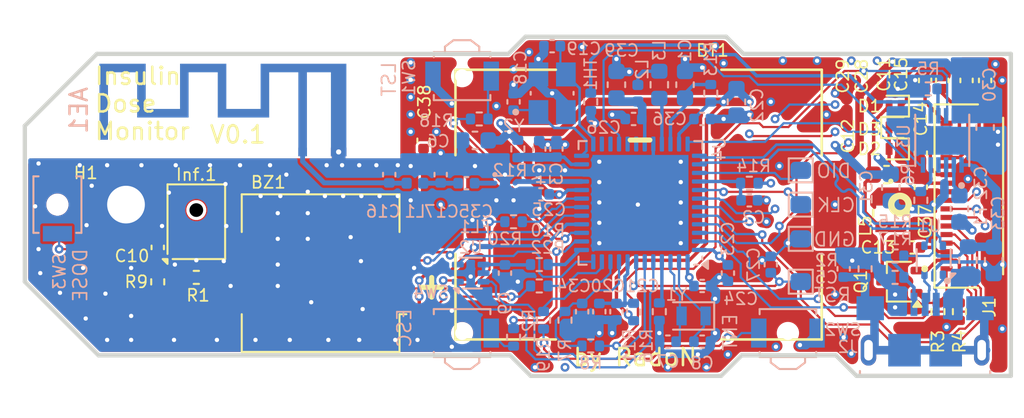
<source format=kicad_pcb>
(kicad_pcb (version 20240108) (generator "pcbnew") (generator_version "8.0")
  (layers (0 "F.Cu" signal) (1 "In1.Cu" signal) (2 "In2.Cu" signal) (31 "B.Cu" signal) (34 "B.Paste" user) (35 "F.Paste" user) (36 "B.SilkS" user "B.Silkscreen") (37 "F.SilkS" user "F.Silkscreen") (38 "B.Mask" user) (39 "F.Mask" user) (44 "Edge.Cuts" user))
  (net 0 "")
  (net 1 "GND")
  (net 2 "Net-(AE1-PCB_Trace)")
  (net 3 "Net-(U3-bat)")
  (net 4 "/Smps")
  (net 5 "/usb")
  (net 6 "/Vddrf")
  (net 7 "Net-(J2-Shield)")
  (net 8 "/esc")
  (net 9 "Net-(U4-PC14)")
  (net 10 "Net-(U4-PC15)")
  (net 11 "Net-(U2-ADD0)")
  (net 12 "Net-(Inf.1-Vdd)")
  (net 13 "Net-(D3-K)")
  (net 14 "Net-(D1-K)")
  (net 15 "Net-(D3-A)")
  (net 16 "Net-(J1-Pin_3)")
  (net 17 "Net-(J1-Pin_12)")
  (net 18 "Net-(J1-Pin_14)")
  (net 19 "Net-(C17-Pad1)")
  (net 20 "/osc1")
  (net 21 "/osc2")
  (net 22 "/Vdda")
  (net 23 "/ldo")
  (net 24 "Net-(U4-VFBSMPS)")
  (net 25 "/RST")
  (net 26 "Net-(J1-Pin_16)")
  (net 27 "/vcom")
  (net 28 "Net-(U3-sys)")
  (net 29 "/5v")
  (net 30 "/bat")
  (net 31 "Net-(FL1-OUT)")
  (net 32 "Net-(D1-A)")
  (net 33 "Net-(Inf.1-Data)")
  (net 34 "/M_clk")
  (net 35 "Net-(U4-VLXSMPS)")
  (net 36 "Net-(L2-Pad2)")
  (net 37 "/sense")
  (net 38 "/gdr")
  (net 39 "/M_data")
  (net 40 "Net-(U3-iset)")
  (net 41 "/chg")
  (net 42 "Net-(U3-bms)")
  (net 43 "/PWR_Mic")
  (net 44 "/PWR_Tmp")
  (net 45 "Net-(J2-ID)")
  (net 46 "Net-(U4-PH3)")
  (net 47 "/list")
  (net 48 "/enter")
  (net 49 "/dose")
  (net 50 "Net-(U4-PB2)")
  (net 51 "Net-(U3-ntc)")
  (net 52 "/swclk")
  (net 53 "/swdio")
  (net 54 "/USB_D_P")
  (net 55 "/USB_P")
  (net 56 "/USB_N")
  (net 57 "/USB_D_N")
  (net 58 "/Temp_scl")
  (net 59 "/OverTemp")
  (net 60 "/Temp_sda")
  (net 61 "/cen")
  (net 64 "/res")
  (net 65 "/dc")
  (net 66 "/RF")
  (net 67 "/busy")
  (net 68 "/cs")
  (net 70 "/D_sclk")
  (net 71 "/D_Mosi")
  (net 72 "Net-(U4-PA2)")
  (net 74 "Net-(J2-VBUS)")
  (net 76 "Net-(BZ1-+)")
  (net 77 "Net-(U4-PA5)")
  (net 78 "Net-(U4-PA6)")
  (net 79 "Net-(BT1-Pad3)")
  (net 80 "Net-(U4-PA1)")
  (footprint "Capacitor_SMD:C_0402_1005Metric" (layer "F.Cu") (at 76 157.75 -90)
    (property "Reference" "C28")
    (property "Value" "1u")
  )
  (footprint "Capacitor_SMD:C_0402_1005Metric" (layer "F.Cu") (at 77.416666 157.75 90)
    (property "Reference" "C11")
    (property "Value" "1u")
  )
  (footprint "Capacitor_SMD:C_0402_1005Metric" (layer "F.Cu") (at 78.5 157.75 -90)
    (property "Reference" "C15")
    (property "Value" "1u")
  )
  (footprint "Capacitor_SMD:C_0402_1005Metric" (layer "F.Cu") (at 75 157.75 -90)
    (property "Reference" "C29")
    (property "Value" "1u")
  )
  (footprint "Resistor_SMD:R_0402_1005Metric" (layer "F.Cu") (at 77 171.25 -90)
    (property "Reference" "R4")
    (property "Value" "2R2")
  )
  (footprint "Package_TO_SOT_SMD:SOT-323_SC-70" (layer "F.Cu") (at 73.5 169.5 180)
    (property "Reference" "Q1")
    (property "Value" "Si1308EDL" (hide yes))
  )
  (footprint "Buzzer_Beeper:Buzzer_CUI_CPT-9019S-SMT" (layer "F.Cu") (at 39.75 169 180)
    (property "Reference" "BZ1")
    (property "Value" "Buzzer")
  )
  (footprint "Diode_SMD:D_SOD-882" (layer "F.Cu") (at 73.25 159.25 180)
    (property "Reference" "D3")
    (property "Value" " PMEG3002")
  )
  (footprint "Resistor_SMD:R_0402_1005Metric" (layer "F.Cu") (at 75.75 171.25 -90)
    (property "Reference" "R3")
    (property "Value" "10k")
  )
  (footprint "Capacitor_SMD:C_0402_1005Metric" (layer "F.Cu") (at 74.25 167.5)
    (property "Reference" "C13")
    (property "Value" "1u")
  )
  (footprint "Capacitor_SMD:C_0402_1005Metric" (layer "F.Cu") (at 74.75 163.98 -90)
    (property "Reference" "C37")
    (property "Value" "100n")
  )
  (footprint "Capacitor_SMD:C_0603_1608Metric" (layer "F.Cu") (at 72.75 163.25 180)
    (property "Reference" "C12")
    (property "Value" "4u7")
  )
  (footprint "Capacitor_SMD:C_0402_1005Metric" (layer "F.Cu") (at 74.75 162 90)
    (property "Reference" "C14")
    (property "Value" "1u")
  )
  (footprint "Resistor_SMD:R_0402_1005Metric" (layer "F.Cu") (at 30.25 169.51 90)
    (property "Reference" "R9")
    (property "Value" "180")
  )
  (footprint "InsuDos:BATT_HLDR_via" (layer "F.Cu") (at 58.29315 165 180)
    (property "Reference" "BT1")
    (property "Value" "lir2032" (hide yes))
  )
  (footprint "InsuDos:IND_TAIYO_BRC2016_TAY" (layer "F.Cu") (at 73 165.5 -90)
    (property "Reference" "L5")
    (property "Value" "47u/0.2A")
  )
  (footprint "Diode_SMD:D_SOD-882" (layer "F.Cu") (at 73.25 161.75 180)
    (property "Reference" "D2")
    (property "Value" " PMEG3002")
  )
  (footprint "Capacitor_SMD:C_0402_1005Metric" (layer "F.Cu") (at 30.25 167.5 90)
    (property "Reference" "C10")
    (property "Value" "100n")
  )
  (footprint "Sensor_Audio:Infineon_PG-LLGA-5-2" (layer "F.Cu") (at 32.5 166 90)
    (property "Reference" "Inf.1")
    (property "Value" "IM67D120AXTSA1")
  )
  (footprint "InsuDos:MOLEX_503480-1800" (layer "F.Cu") (at 77.75 164.5 90)
    (property "Reference" "J1")
    (property "Value" "E-paper(C097)" (hide yes))
  )
  (footprint "Diode_SMD:D_SOD-882" (layer "F.Cu") (at 73.25 160.5)
    (property "Reference" "D1")
    (property "Value" " PMEG3002")
  )
  (footprint "Resistor_SMD:R_0402_1005Metric" (layer "F.Cu") (at 32.5 169.25 180)
    (property "Reference" "R1")
    (property "Value" "10")
  )
  (footprint "MountingHole:MountingHole_2.2mm_M2_ISO14580_Pad_TopBottom" (layer "F.Cu") (at 28.4 165)
    (property "Reference" "H1")
    (property "Value" "MountingHole_Pad")
  )
  (footprint "Capacitor_SMD:C_0402_1005Metric" (layer "F.Cu") (at 45.75 161.25 -90)
    (property "Reference" "C38")
    (property "Value" "100p")
  )
  (footprint "Resistor_SMD:R_0402_1005Metric" (layer "B.Cu") (at 74.75 164.75 90)
    (property "Reference" "R6")
    (property "Value" "470k")
  )
  (footprint "Capacitor_SMD:C_0402_1005Metric" (layer "B.Cu") (at 60 173)
    (property "Reference" "C7")
    (property "Value" "4p")
  )
  (footprint "Crystal:Crystal_SMD_2012-2Pin_2.0x1.2mm" (layer "B.Cu") (at 61.5 171.5 180)
    (property "Reference" "Y1")
    (property "Value" "32.768k")
  )
  (footprint "Package_TO_SOT_SMD:SOT-666" (layer "B.Cu") (at 75.5 168.25 90)
    (property "Reference" "U1")
    (property "Value" "USBLC6-2P6")
  )
  (footprint "Capacitor_SMD:C_0603_1608Metric" (layer "B.Cu") (at 48.75 161.25)
    (property "Reference" "C6")
    (property "Value" "4u7")
  )
  (footprint "Inductor_SMD:L_0603_1608Metric" (layer "B.Cu") (at 59.5 158 -90)
    (property "Reference" "L3")
    (property "Value" "10uH")
  )
  (footprint "Resistor_SMD:R_0402_1005Metric" (layer "B.Cu") (at 52.5 168.5 180)
    (property "Reference" "R10")
    (property "Value" "180")
  )
  (footprint "Resistor_SMD:R_0402_1005Metric" (layer "B.Cu") (at 54 171.75 -90)
    (property "Reference" "R7")
    (property "Value" "47k")
  )
  (footprint "Capacitor_SMD:C_0603_1608Metric" (layer "B.Cu") (at 61 158 90)
    (property "Reference" "C1")
    (property "Value" "4u7")
  )
  (footprint "Capacitor_SMD:C_0402_1005Metric" (layer "B.Cu") (at 63.5 169 -90)
    (property "Reference" "C23")
    (property "Value" "100n")
  )
  (footprint "Inductor_SMD:L_0402_1005Metric" (layer "B.Cu") (at 45.25 163.75)
    (property "Reference" "L1")
    (property "Value" "3n6")
  )
  (footprint "Resistor_SMD:R_0402_1005Metric" (layer "B.Cu") (at 73.25 168)
    (property "Reference" "R15")
    (property "Value" "10k")
  )
  (footprint "TestPoint:TestPoint_Pad_1.0x1.0mm" (layer "B.Cu") (at 67.75 165)
    (property "Reference" "TP1" (hide yes))
    (property "Value" "TestPoint")
  )
  (footprint "Capacitor_SMD:C_0402_1005Metric" (layer "B.Cu") (at 43.75 163.25 90)
    (property "Reference" "C16")
    (property "Value" "C")
  )
  (footprint "InsuDos:AMPHENOL_10118193-0001LF" (layer "B.Cu") (at 75 173.5 180)
    (property "Reference" "J2")
    (property "Value" "USB_B_Micro")
  )
  (footprint "Capacitor_SMD:C_0402_1005Metric" (layer "B.Cu") (at 48.25 163.75)
    (property "Reference" "C35")
    (property "Value" "100p")
  )
  (footprint "Capacitor_SMD:C_0402_1005Metric" (layer "B.Cu") (at 62 169.75)
    (property "Reference" "C24")
    (property "Value" "100n")
  )
  (footprint "TestPoint:TestPoint_Pad_1.0x1.0mm" (layer "B.Cu") (at 67.75 167)
    (property "Reference" "TP2" (hide yes))
    (property "Value" "TestPoint")
  )
  (footprint "Package_DFN_QFN:QFN-48-1EP_7x7mm_P0.5mm_EP5.6x5.6mm" (layer "B.Cu") (at 58.4 164.9 90)
    (property "Reference" "U4")
    (property "Value" "STM32WB55CGUx")
  )
  (footprint "Capacitor_SMD:C_0603_1608Metric" (layer "B.Cu") (at 57 158 -90)
    (property "Reference" "C39")
    (property "Value" "4u7")
  )
  (footprint "Capacitor_SMD:C_0402_1005Metric" (layer "B.Cu") (at 52.6 164.4 180)
    (property "Reference" "C25")
    (property "Value" "100n")
  )
  (footprint "TestPoint:TestPoint_Pad_1.0x1.0mm" (layer "B.Cu") (at 67.75 163)
    (property "Reference" "TP3" (hide yes))
    (property "Value" "TestPoint")
  )
  (footprint "Resistor_SMD:R_0402_1005Metric" (layer "B.Cu") (at 64.75 163.75)
    (property "Reference" "R14")
    (property "Value" "2R2")
  )
  (footprint "Resistor_SMD:R_0402_1005Metric" (layer "B.Cu") (at 51 172.75 -90)
    (property "Reference" "R21")
    (property "Value" "180")
  )
  (footprint "Capacitor_SMD:C_0402_1005Metric" (layer "B.Cu") (at 50.5 169 -90)
    (property "Reference" "C9")
    (property "Value" "100n")
  )
  (footprint "Resistor_SMD:R_0402_1005Metric" (layer "B.Cu") (at 52.5 169.75 180)
    (property "Reference" "R22")
    (property "Value" "180")
  )
  (footprint "Capacitor_SMD:C_0402_1005Metric" (layer "B.Cu") (at 58 160)
    (property "Reference" "C26")
    (property "Value" "100n")
  )
  (footprint "Resistor_SMD:R_0402_1005Metric" (layer "B.Cu") (at 71.5 168.75 -90)
    (property "Reference" "R2")
    (property "Value" "470k")
  )
  (footprint "Button_Switch_SMD:SW_SPST_B3U-3000P-B" (layer "B.Cu") (at 48 157.5 180)
    (property "Reference" "SW1")
    (property "Value" "list")
  )
  (footprint "Capacitor_SMD:C_0402_1005Metric" (layer "B.Cu") (at 53.25 155.75 180)
    (property "Reference" "C19")
    (property "Value" "4p")
  )
  (footprint "InsuDos:stns01" (layer "B.Cu") (at 76 161.25 90)
    (property "Reference" "U3")
    (property "Value" "STNS01 ")
  )
  (footprint "Resistor_SMD:R_0402_1005Metric" (layer "B.Cu") (at 51 166 180)
    (property "Reference" "R20")
    (property "Value" "180")
  )
  (footprint "Capacitor_SMD:C_0402_1005Metric" (layer "B.Cu") (at 51 159 90)
    (property "Reference" "C18")
    (property "Value" "4p")
  )
  (footprint "Resistor_SMD:R_0402_1005Metric" (layer "B.Cu") (at 62.5 158.5 -90)
    (property "Reference" "R13")
    (property "Value" "2R2")
  )
  (footprint "Capacitor_SMD:C_0603_1608Metric" (layer "B.Cu") (at 64 159 -90)
    (property "Reference" "C22")
    (property "Value" "4u7")
  )
  (footprint "Resistor_SMD:R_0402_1005Metric" (layer "B.Cu") (at 55.5 159 -90)
    (property "Reference" "TH1")
    (property "Value" "10k/ntc")
  )
  (footprint "Capacitor_SMD:C_0603_1608Metric" (layer "B.Cu") (at 78.5 160.5 -90)
    (property "Reference" "C30")
    (property "Value" "4u7")
  )
  (footprint "Capacitor_SMD:C_0402_1005Metric" (layer "B.Cu") (at 66 168.5 90)
    (property "Reference" "C27")
    (property "Value" "100n")
  )
  (footprint "TestPoint:TestPoint_Pad_1.0x1.0mm" (layer "B.Cu") (at 67.75 169.5)
    (property "Reference" "TP4" (hide yes))
    (property "Value" "TestPoint")
  )
  (footprint "Capacitor_SMD:C_0402_1005Metric" (layer "B.Cu") (at 62 173 180)
    (property "Reference" "C8")
    (property "Value" "4p")
  )
  (footprint "Resistor_SMD:R_0402_1005Metric" (layer "B.Cu") (at 59.5 171.25 90)
    (property "Reference" "R16")
    (property "Value" "10k")
  )
  (footprint "Capacitor_SMD:C_0402_1005Metric" (layer "B.Cu") (at 56 171.25 -90)
    (property "Reference" "C20")
    (property "Value" "100n")
  )
  (footprint "RF_Antenna:Texas_SWRA117D_2.4GHz_Right" (layer "B.Cu") (at 38.7 161.925 180)
    (property "Reference" "AE1")
    (property "Value" "Antenna_Chip")
  )
  (footprint "Capacitor_SMD:C_0402_1005Metric" (layer "B.Cu") (at 57 171.25 -90)
    (property "Reference" "C21")
    (property "Value" "1u")
  )
  (footprint "Resistor_SMD:R_0402_1005Metric" (layer "B.Cu") (at 75.184 158.242 180)
    (property "Reference" "R5")
    (property "Value" "12k")
  )
  (footprint "Resistor_SMD:R_0402_1005Metric" (layer "B.Cu") (at 51.25 161.75 90)
    (property "Reference" "R12")
    (property "Value" "2R2")
  )
  (footprint "Capacitor_SMD:C_0603_1608Metric" (layer "B.Cu") (at 79 168.25 90)
    (property "Reference" "C33")
    (property "Value" "4u7")
  )
  (footprint "Resistor_SMD:R_0402_1005Metric" (layer "B.Cu") (at 49 160)
    (property "Reference" "R18")
    (property "Value" "180")
  )
  (footprint "Resistor_SMD:R_0402_1005Metric" (layer "B.Cu") (at 55.5 173.25 180)
    (property "Reference" "R8")
    (property "Value" "470k")
  )
  (footprint "Resistor_SMD:R_0402_1005Metric" (layer "B.Cu") (at 52.75 171.75 -90)
    (property "Reference" "R19")
    (property "Value" "180")
  )
  (footprint "Button_Switch_SMD:SW_SPST_B3U-1000P-B" (layer "B.Cu") (at 24.4 165 90)
    (property "Reference" "SW3")
    (property "Value" "dose")
  )
  (footprint "Inductor_SMD:L_0402_1005Metric" (layer "B.Cu") (at 58.25 158.5 90)
    (property "Reference" "L2")
    (property "Value" "10nH")
  )
  (footprint "Button_Switch_SMD:SW_SPST_B3U-3000P-B" (layer "B.Cu") (at 67 172.5)
    (property "Reference" "SW2")
    (property "Value" "enter")
  )
  (footprint "InsuDos:XTAL_ABM8W-32.0000MHZ-4-B1U-T3" (layer "B.Cu") (at 53.25 158.5)
    (property "Reference" "Y2")
    (property "Value" "32MHz")
  )
  (footprint "InsuDos:St_filter" (layer "B.Cu") (at 50.5 164 -90)
    (property "Reference" "FL1")
    (property "Value" "BFCN-2435")
  )
  (footprint "Button_Switch_SMD:SW_SPST_B3U-3000P-B" (layer "B.Cu") (at 48 172.5)
    (property "Reference" "SW4")
    (property "Value" "esc")
  )
  (footprint "Capacitor_SMD:C_0402_1005Metric" (layer "B.Cu") (at 52.5 161.75 90)
    (property "Reference" "C4")
    (property "Value" "100p")
  )
  (footprint "Capacitor_SMD:C_0603_1608Metric" (layer "B.Cu") (at 77 165.25 90)
    (property "Reference" "C32")
    (property "Value" "4u7")
  )
  (footprint "Capacitor_SMD:C_0402_1005Metric" (layer "B.Cu") (at 55 171.25 -90)
    (property "Reference" "C34")
    (property "Value" "100n")
  )
  (footprint "Capacitor_SMD:C_0603_1608Metric" (layer "B.Cu") (at 73 164 -90)
    (property "Reference" "C31")
    (property "Value" "4u7")
  )
  (footprint "Capacitor_SMD:C_0402_1005Metric" (layer "B.Cu") (at 70.25 168.75 90)
    (property "Reference" "C5")
    (property "Value" "100n")
  )
  (footprint "Package_TO_SOT_SMD:SOT-563" (layer "B.Cu") (at 48.5 169)
    (property "Reference" "U2")
    (property "Value" "TMP102xxDRL")
  )
  (footprint "Capacitor_SMD:C_0402_1005Metric" (layer "B.Cu") (at 62 160)
    (property "Reference" "C36")
    (property "Value" "100n")
  )
  (footprint "Capacitor_SMD:C_0402_1005Metric" (layer "B.Cu") (at 46.75 163.25 90)
    (property "Reference" "C17")
    (property "Value" "C")
  )
  (footprint "Resistor_SMD:R_0402_1005Metric" (layer "B.Cu") (at 58 171.27 -90)
    (property "Reference" "R11")
    (property "Value" "2R2")
  )
  (footprint "Capacitor_SMD:C_0402_1005Metric" (layer "B.Cu") (at 64.75 164.75)
    (property "Reference" "C2")
    (property "Value" "100n")
  )
  (footprint "Fuse:Fuse_0603_1608Metric" (layer "B.Cu") (at 77.5 168.25 90)
    (property "Reference" "F1")
    (property "Value" "16V/80mA")
  )
  (footprint "Resistor_SMD:R_0402_1005Metric" (layer "B.Cu") (at 73.25 169.25)
    (property "Reference" "R17")
    (property "Value" "10k")
  )
  (footprint "Capacitor_SMD:C_0402_1005Metric" (layer "B.Cu") (at 53.5 161.75 90)
    (property "Reference" "C3")
    (property "Value" "100n")
  )
  (gr_line (start 51.7 155.2) (end 50.7 156.2) (stroke (width 0.25)) (layer "Edge.Cuts"))
  (gr_line (start 22.5 169.5) (end 26.8 173.8) (stroke (width 0.25)) (layer "Edge.Cuts"))
  (gr_line (start 80 156.2) (end 64.4 156.2) (stroke (width 0.25)) (layer "Edge.Cuts"))
  (gr_line (start 69.8 173.8) (end 64.3 173.8) (stroke (width 0.25)) (layer "Edge.Cuts"))
  (gr_line (start 22.5 160.4) (end 22.5 169.5) (stroke (width 0.25)) (layer "Edge.Cuts"))
  (gr_line (start 26.7 156.2) (end 22.5 160.4) (stroke (width 0.25)) (layer "Edge.Cuts"))
  (gr_line (start 64.3 173.8) (end 63.1 175) (stroke (width 0.25)) (layer "Edge.Cuts"))
  (gr_line (start 80 175) (end 71 175) (stroke (width 0.25)) (layer "Edge.Cuts"))
  (gr_line (start 71 175) (end 69.8 173.8) (stroke (width 0.25)) (layer "Edge.Cuts"))
  (gr_line (start 63.1 175) (end 52 175) (stroke (width 0.25)) (layer "Edge.Cuts"))
  (gr_line (start 50.7 156.2) (end 26.7 156.2) (stroke (width 0.25)) (layer "Edge.Cuts"))
  (gr_line (start 63.4 155.2) (end 51.7 155.2) (stroke (width 0.25)) (layer "Edge.Cuts"))
  (gr_line (start 50.8 173.8) (end 26.8 173.8) (stroke (width 0.25)) (layer "Edge.Cuts"))
  (gr_line (start 80 156.2) (end 80 175) (stroke (width 0.25)) (layer "Edge.Cuts"))
  (gr_line (start 63.4 155.2) (end 64.4 156.2) (stroke (width 0.25)) (layer "Edge.Cuts"))
  (gr_line (start 52 175) (end 50.8 173.8) (stroke (width 0.25)) (layer "Edge.Cuts"))
  (gr_text "DIO" (at 70.75 163.5 0) (layer "B.SilkS") (effects (font (size 0.8 0.8) (thickness 0.1)) (justify left bottom mirror)))
  (gr_text "ENT" (at 64.1 171.3 90) (layer "B.SilkS") (effects (font (size 0.8 0.8) (thickness 0.1)) (justify left bottom mirror)))
  (gr_text "LST\n" (at 44.2 156.6 90) (layer "B.SilkS") (effects (font (size 0.8 0.8) (thickness 0.1)) (justify left bottom mirror)))
  (gr_text "CLK\n" (at 71 165.5 0) (layer "B.SilkS") (effects (font (size 0.8 0.8) (thickness 0.1)) (justify left bottom mirror)))
  (gr_text "GND\n" (at 71 167.5 0) (layer "B.SilkS") (effects (font (size 0.8 0.8) (thickness 0.1)) (justify left bottom mirror)))
  (gr_text "DOSE" (at 26.2 167.5 90) (layer "B.SilkS") (effects (font (size 0.8 0.8) (thickness 0.1)) (justify left bottom mirror)))
  (gr_text "RST" (at 70.75 170.75 0) (layer "B.SilkS") (effects (font (size 0.8 0.8) (thickness 0.1)) (justify left bottom mirror)))
  (gr_text "ESC" (at 45.1 171 90) (layer "B.SilkS") (effects (font (size 0.8 0.8) (thickness 0.1)) (justify left bottom mirror)))
  (gr_text "Insulin\nDose\nMonitor" (at 26.5 161.3 0) (layer "F.SilkS") (effects (font (size 1 1)) (justify left bottom)))
  (gr_text "+" (at 45.1 170.6 0) (layer "F.SilkS") (effects (font (size 1.5 1.5) (thickness 0.3) (bold yes)) (justify left bottom)))
  (gr_text "by RadoN" (at 54.4 174.5 0) (layer "F.SilkS") (effects (font (size 1 1)) (justify left bottom)))
  (gr_text "V0.1" (at 33.2 161.5 0) (layer "F.SilkS") (effects (font (size 1 1)) (justify left bottom)))
  (gr_text "-" (at 57.25 162 0) (layer "F.SilkS") (effects (font (size 1.5 1.5) (thickness 0.3) (bold yes)) (justify left bottom)))
  (segment (start 30.25 167.02) (end 30.25 166.5) (width 0.5) (layer "F.Cu") (net 1))
  (segment (start 77.416666 157.129797) (end 77.416666 157.27) (width 0.5) (layer "F.Cu") (net 1))
  (segment (start 31.775 166.065255) (end 31.775 164.975) (width 0.15) (layer "F.Cu") (net 1))
  (segment (start 32.5 166.13) (end 30.62 166.13) (width 0.15) (layer "F.Cu") (net 1))
  (segment (start 74.75 162.48) (end 74.43 162.48) (width 0.2) (layer "F.Cu") (net 1))
  (segment (start 76.25 163.75) (end 75 163.75) (width 0.2) (layer "F.Cu") (net 1))
  (segment (start 75 157.27) (end 74.882444 157.27) (width 0.5) (layer "F.Cu") (net 1))
  (segment (start 74.75 163.5) (end 74.75 162.48) (width 0.2) (layer "F.Cu") (net 1))
  (segment (start 73.25 171) (end 73.25 169.457107) (width 0.5) (layer "F.Cu") (net 1))
  (segment (start 74.886 157.27) (end 74.606 157.55) (width 0.5) (layer "F.Cu") (net 1))
  (segment (start 33.7 166.8) (end 33.35 166.8) (width 0.13) (layer "F.Cu") (net 1))
  (segment (start 73.6 161.75) (end 73.875 162.025) (width 0.2) (layer "F.Cu") (net 1))
  (segment (start 73.875 162.025) (end 73.975 162.025) (width 0.2) (layer "F.Cu") (net 1))
  (segment (start 46.48 160.77) (end 46.5 160.75) (width 0.5) (layer "F.Cu") (net 1))
  (segment (start 75 157.27) (end 74.886 157.27) (width 0.5) (layer "F.Cu") (net 1))
  (segment (start 73.5 169.207107) (end 73.5 167.77) (width 0.5) (layer "F.Cu") (net 1))
  (segment (start 32.5 166.13) (end 32.68 166.13) (width 0.15) (layer "F.Cu") (net 1))
  (segment (start 32.5 166.13) (end 31.839745 166.13) (width 0.15) (layer "F.Cu") (net 1))
  (segment (start 30.25 166.5) (end 30.5 166.25) (width 0.5) (layer "F.Cu") (net 1))
  (segment (start 34.25 166.25) (end 33.7 166.8) (width 0.13) (layer "F.Cu") (net 1))
  (segment (start 73.975 162.025) (end 73.95 162) (width 0.2) (layer "F.Cu") (net 1))
  (segment (start 65.745 164.755) (end 65.745 165.995) (width 0.2) (layer "F.Cu") (net 1))
  (segment (start 32.68 166.13) (end 33.35 166.8) (width 0.15) (layer "F.Cu") (net 1))
  (segment (start 45.02 160.77) (end 45 160.75) (width 0.5) (layer "F.Cu") (net 1))
  (segment (start 78.5 157.27) (end 77.416666 157.27) (width 0.5) (layer "F.Cu") (net 1))
  (segment (start 33.5 164) (end 34 164.5) (width 0.15) (layer "F.Cu") (net 1))
  (segment (start 76.25 172.144998) (end 75.865002 171.76) (width 0.5) (layer "F.Cu") (net 1))
  (segment (start 74.606 157.55) (end 74.602444 157.55) (width 0.5) (layer "F.Cu") (net 1))
  (segment (start 30.62 166.13) (end 30.5 166.25) (width 0.15) (layer "F.Cu") (net 1))
  (segment (start 65.75 164.75) (end 65.745 164.755) (width 0.2) (layer "F.Cu") (net 1))
  (segment (start 76.25 172.144998) (end 76.634998 171.76) (width 0.5) (layer "F.Cu") (net 1))
  (segment (start 45.75 160.77) (end 46.48 160.77) (width 0.5) (layer "F.Cu") (net 1))
  (segment (start 73.25 169.457107) (end 73.5 169.207107) (width 0.5) (layer "F.Cu") (net 1))
  (segment (start 77.25 163.75) (end 77.5 163.5) (width 0.2) (layer "F.Cu") (net 1))
  (segment (start 74.882444 157.27) (end 74.420222 157.732222) (width 0.5) (layer "F.Cu") (net 1))
  (segment (start 76 157.27) (end 75 157.27) (width 0.5) (layer "F.Cu") (net 1))
  (segment (start 74.43 162.48) (end 73.975 162.025) (width 0.2) (layer "F.Cu") (net 1))
  (segment (start 35.75 169.75) (end 34.5 169.75) (width 0.5) (layer "F.Cu") (net 1))
  (segment (start 34 164.5) (end 36.25 164.5) (width 0.15) (layer "F.Cu") (net 1))
  (segment (start 76.634998 171.76) (end 77 171.76) (width 0.5) (layer "F.Cu") (net 1))
  (segment (start 65.745 165.995) (end 65.75 166) (width 0.2) (layer "F.Cu") (net 1))
  (segment (start 76.25 163.75) (end 77.25 163.75) (width 0.2) (layer "F.Cu") (net 1))
  (segment (start 45.75 160.77) (end 45.02 160.77) (width 0.5) (layer "F.Cu") (net 1))
  (segment (start 32.75 164) (end 33.5 164) (width 0.15) (layer "F.Cu") (net 1))
  (segment (start 75.865002 171.76) (end 75.75 171.76) (width 0.5) (layer "F.Cu") (net 1))
  (segment (start 31.839745 166.13) (end 31.775 166.065255) (width 0.15) (layer "F.Cu") (net 1))
  (segment (start 75 163.75) (end 74.75 163.5) (width 0.2) (layer "F.Cu") (net 1))
  (segment (start 73.5 167.77) (end 73.77 167.5) (width 0.5) (layer "F.Cu") (net 1))
  (segment (start 31.775 164.975) (end 32.75 164) (width 0.15) (layer "F.Cu") (net 1))
  (via (at 28.7 168.7) (size 0.51) (drill 0.25) (layers "F.Cu" "B.Cu") (net 1))
  (via (at 27.3 172.9) (size 0.51) (drill 0.25) (layers "F.Cu" "B.Cu") (net 1))
  (via (at 67.7 173.2) (size 0.51) (drill 0.25) (layers "F.Cu" "B.Cu") (net 1))
  (via (at 65.75 164.75) (size 0.51) (drill 0.25) (layers "F.Cu" "B.Cu") (net 1))
  (via (at 26.05 171.65) (size 0.51) (drill 0.25) (layers "F.Cu" "B.Cu") (net 1))
  (via (at 29.3 162.7) (size 0.51) (drill 0.25) (layers "F.Cu" "B.Cu") (net 1))
  (via (at 40.2 172.9) (size 0.51) (drill 0.25) (layers "F.Cu" "B.Cu") (net 1))
  (via (at 68.7 156.6) (size 0.51) (drill 0.25) (layers "F.Cu" "B.Cu") (net 1))
  (via (at 64.75 159.75) (size 0.51) (drill 0.25) (layers "F.Cu" "B.Cu") (net 1))
  (via (at 30.5 166.25) (size 0.51) (drill 0.25) (layers "F.Cu" "B.Cu") (net 1))
  (via (at 25.7 162.7) (size 0.51) (drill 0.25) (layers "F.Cu" "B.Cu") (net 1))
  (via (at 79.1 156.8) (size 0.51) (drill 0.25) (layers "F.Cu" "B.Cu") (net 1))
  (via (at 56 166.0625) (size 0.51) (drill 0.25) (layers "F.Cu" "B.Cu") (net 1))
  (via (at 34.1 168.3) (size 0.51) (drill 0.25) (layers "F.Cu" "B.Cu") (net 1))
  (via (at 62.25 174.5) (size 0.51) (drill 0.25) (layers "F.Cu" "B.Cu") (net 1))
  (via (at 27.2 170.2) (size 0.51) (drill 0.25) (layers "F.Cu" "B.Cu") (net 1))
  (via (at 44.25 162.7) (size 0.51) (drill 0.25) (layers "F.Cu" "B.Cu") (net 1))
  (via (at 56 164.875) (size 0.51) (drill 0.25) (layers "F.Cu" "B.Cu") (net 1))
  (via (at 39 164.25) (size 0.51) (drill 0.25) (layers "F.Cu" "B.Cu") (net 1))
  (via (at 39 167) (size 0.51) (drill 0.25) (layers "F.Cu" "B.Cu") (net 1))
  (via (at 42.1 168.3) (size 0.51) (drill 0.25) (layers "F.Cu" "B.Cu") (net 1))
  (via (at 42.2 171.1) (size 0.51) (drill 0.25) (layers "F.Cu" "B.Cu") (net 1))
  (via (at 30.9 164.3) (size 0.51) (drill 0.25) (layers "F.Cu" "B.Cu") (net 1))
  (via (at 50.5 163.25) (size 0.51) (drill 0.25) (layers "F.Cu" "B.Cu") (net 1))
  (via (at 48.5 169.2) (size 0.51) (drill 0.25) (layers "F.Cu" "B.Cu") (net 1))
  (via (at 51 158) (size 0.51) (drill 0.25) (layers "F.Cu" "B.Cu") (net 1))
  (via (at 34.5 169.75) (size 0.51) (drill 0.25) (layers "F.Cu" "B.Cu") (net 1))
  (via (at 78.5 168.5) (size 0.51) (drill 0.25) (layers "F.Cu" "B.Cu") (net 1))
  (via (at 47.4 159.1) (size 0.51) (drill 0.25) (layers "F.Cu" "B.Cu") (net 1))
  (via (at 61.75 173.75) (size 0.51) (drill 0.25) (layers "F.Cu" "B.Cu") (net 1))
  (via (at 67 167.25) (size 0.51) (drill 0.25) (layers "F.Cu" "B.Cu") (net 1))
  (via (at 33.7 172.9) (size 0.51) (drill 0.25) (layers "F.Cu" "B.Cu") (net 1))
  (via (at 45.2 168.7) (size 0.51) (drill 0.25) (layers "F.Cu" "B.Cu") (net 1))
  (via (at 23.4 169) (size 0.51) (drill 0.25) (layers "F.Cu" "B.Cu") (net 1))
  (via (at 73.25 171) (size 0.51) (drill 0.25) (layers "F.Cu" "B.Cu") (net 1))
  (via (at 45.4 172.9) (size 0.51) (drill 0.25) (layers "F.Cu" "B.Cu") (net 1))
  (via (at 66.5 162.75) (size 0.51) (drill 0.25) (layers "F.Cu" "B.Cu") (net 1))
  (via (at 70.7 173.7) (size 0.51) (drill 0.25) (layers "F.Cu" "B.Cu") (net 1))
  (via (at 69.75 170.25) (size 0.51) (drill 0.25) (layers "F.Cu" "B.Cu") (net 1))
  (via (at 69.25 159.75) (size 0.51) (drill 0.25) (layers "F.Cu" "B.Cu") (net 1))
  (via (at 62.75 170.5) (size 0.51) (drill 0.25) (layers "F.Cu" "B.Cu") (net 1))
  (via (at 31.2 172.9) (size 0.51) (drill 0.25) (layers "F.Cu" "B.Cu") (net 1))
  (via (at 60 174.5) (size 0.51) (drill 0.25) (layers "F.Cu" "B.Cu") (net 1))
  (via (at 26.4 163.9) (size 0.51) (drill 0.25) (layers "F.Cu" "B.Cu") (net 1))
  (via (at 45 159.7375) (size 0.51) (drill 0.25) (layers "F.Cu" "B.Cu") (net 1))
  (via (at 74.422 157.734) (size 0.51) (drill 0.25) (layers "F.Cu" "B.Cu") (net 1))
  (via (at 39.2 170.7) (size 0.51) (drill 0.25) (layers "F.Cu" "B.Cu") (net 1))
  (via (at 55.75 160.25) (size 0.51) (drill 0.25) (layers "F.Cu" "B.Cu") (net 1))
  (via (at 23.3 162.6) (size 0.51) (drill 0.25) (layers "F.Cu" "B.Cu") (net 1))
  (via (at 51.25 169.5) (size 0.51) (drill 0.25) (layers "F.Cu" "B.Cu") (net 1))
  (via (at 65.5 168.25) (size 0.51) (drill 0.25) (layers "F.Cu" "B.Cu") (net 1))
  (via (at 79.5 157.75) (size 0.51) (drill 0.25) (layers "F.Cu" "B.Cu") (net 1))
  (via (at 43.1875 164.5) (size 0.51) (drill 0.25) (layers "F.Cu" "B.Cu") (net 1))
  (via (at 69.75 161.53) (size 0.51) (drill 0.25) (layers "F.Cu" "B.Cu") (net 1))
  (via (at 70.7 156.6) (size 0.51) (drill 0.25) (layers "F.Cu" "B.Cu") (net 1))
  (via (at 55 155.8) (size 0.51) (drill 0.25) (layers "F.Cu" "B.Cu") (net 1))
  (via (at 63.5 173.75) (size 0.51) (drill 0.25) (layers "F.Cu" "B.Cu") (net 1))
  (via (at 53 161.5) (size 0.51) (drill 0.25) (layers "F.Cu" "B.Cu") (net 1))
  (via (at 73.25 170.25) (size 0.51) (drill 0.25) (layers "F.Cu" "B.Cu") (net 1))
  (via (at 60.75 163.6875) (size 0.51) (drill 0.25) (layers "F.Cu" "B.Cu") (net 1))
  (via (at 45 156.7) (size 0.51) (drill 0.25) (layers "F.Cu" "B.Cu") (net 1))
  (via (at 41 162.7) (size 0.51) (drill 0.25) (layers "F.Cu" "B.Cu") (net 1))
  (via (at 56 163.6875) (size 0.51) (drill 0.25) (layers "F.Cu" "B.Cu") (net 1))
  (via (at 45 164.75) (size 0.51) (drill 0.25) (layers "F.Cu" "B.Cu") (net 1))
  (via (at 60.75 167.25) (size 0.51) (drill 0.25) (layers "F.Cu" "B.Cu") (net 1))
  (via (at 47.4 173.3) (size 0.51) (drill 0.25) (layers "F.Cu" "B.Cu") (net 1))
  (via (at 79.25 160.75) (size 0.51) (drill 0.25) (layers "F.Cu" "B.Cu") (net 1))
  (via (at 52.25 174.5) (size 0.51) (drill 0.25) (layers "F.Cu" "B.Cu") (net 1))
  (via (at 56 167.25) (size 0.51) (drill 0.25) (layers "F.Cu" "B.Cu") (net 1))
  (via (at 44.1 172.9) (size 0.51) (drill 0.25) (layers "F.Cu" "B.Cu") (net 1))
  (via (at 65.75 166) (size 0.51) (drill 0.25) (layers "F.Cu" "B.Cu") (net 1))
  (via (at 63.25 160) (size 0.51) (drill 0.25) (layers "F.Cu" "B.Cu") (net 1))
  (via (at 57 156.5) (size 0.51) (drill 0.25) (layers "F.Cu" "B.Cu") (net 1))
  (via (at 56 172.5) (size 0.51) (drill 0.25) (layers "F.Cu" "B.Cu") (net 1))
  (via (at 44.25 164.5) (size 0.51) (drill 0.25) (layers "F.Cu" "B.Cu") (net 1))
  (via (at 79.5 168.5) (size 0.51) (drill 0.25) (layers "F.Cu" "B.Cu") (net 1))
  (via (at 43 162.7) (size 0.51) (drill 0.25) (layers "F.Cu" "B.Cu") (net 1))
  (via (at 37.25 165.5) (size 0.51) (drill 0.25) (layers "F.Cu" "B.Cu") (net 1))
  (via (at 35.05 162.7) (size 0.51) (drill 0.25) (layers "F.Cu" "B.Cu") (net 1))
  (via (at 36.25 164.5) (size 0.51) (drill 0.25) (layers "F.Cu" "B.Cu") (net 1))
  (via (at 42 162.7) (size 0.51) (drill 0.25) (layers "F.Cu" "B.Cu") (net 1))
  (via (at 25.9 168.7) (size 0.51) (drill 0.25) (layers "F.Cu" "B.Cu") (net 1))
  (via (at 37.25 167) (size 0.51) (drill 0.25) (layers "F.Cu" "B.Cu") (net 1))
  (via (at 48.75 162.75) (size 0.51) (drill 0.25) (layers "F.Cu" "B.Cu") (net 1))
  (via (at 48.6 165.9) (size 0.51) (drill 0.25) (layers "F.Cu" "B.Cu") (net 1))
  (via (at 45 158.725) (size 0.51) (drill 0.25) (layers "F.Cu" "B.Cu") (net 1))
  (via (at 39 165.5) (size 0.51) (drill 0.25) (layers "F.Cu" "B.Cu") (net 1))
  (via (at 54 174.5) (size 0.51) (drill 0.25) (layers "F.Cu" "B.Cu") (net 1))
  (via (at 31.3 162.7) (size 0.51) (drill 0.25) (layers "F.Cu" "B.Cu") (net 1))
  (via (at 26.1 166.2) (size 0.51) (drill 0.25) (layers "F.Cu" "B.Cu") (net 1))
  (via (at 24.55 170.15) (size 0.51) (drill 0.25) (layers "F.Cu" "B.Cu") (net 1))
  (via (at 40.1 162.7) (size 0.51) (drill 0.25) (layers "F.Cu" "B.Cu") (net 1))
  (via (at 42 172.9) (size 0.51) (drill 0.25) (layers "F.Cu" "B.Cu") (net 1))
  (via (at 27.3 162.7) (size 0.51) (drill 0.25) (layers "F.Cu" "B.Cu") (net 1))
  (via (at 37.75 163.25) (size 0.51) (drill 0.25) (layers "F.Cu" "B.Cu") (net 1))
  (via (at 73.406 158.242) (size 0.51) (drill 0.25) (layers "F.Cu" "B.Cu") (net 1))
  (via (at 60.75 166.0625) (size 0.51) (drill 0.25) (layers "F.Cu" "B.Cu") (net 1))
  (via (at 52.5 165.25) (size 0.51) (drill 0.25) (layers "F.Cu" "B.Cu") (net 1))
  (via (at 72.25 162.25) (size 0.51) (drill 0.25) (layers "F.Cu" "B.Cu") (net 1))
  (via (at 47.4 171.2) (size 0.51) (drill 0.25) (layers "F.Cu" "B.Cu") (net 1))
  (via (at 23.1 165.1) (size 0.51) (drill 0.25) (layers "F.Cu" "B.Cu") (net 1))
  (via (at 36.8 162.7) (size 0.51) (drill 0.25) (layers "F.Cu" "B.Cu") (net 1))
  (via (at 50 159.25) (size 0.51) (drill 0.25) (layers "F.Cu" "B.Cu") (net 1))
  (via (at 33.3 162.7) (size 0.51) (drill 0.25) (layers "F.Cu" "B.Cu") (net 1))
  (via (at 62 157) (size 0.51) (drill 0.25) (layers "F.Cu" "B.Cu") (net 1))
  (via (at 77.75 166.5) (size 0.51) (drill 0.25) (layers "F.Cu" "B.Cu") (net 1))
  (via (at 45 160.75) (size 0.51) (drill 0.25) (layers "F.Cu" "B.Cu") (net 1))
  (via (at 63.25 156.75) (size 0.51) (drill 0.25) (layers "F.Cu" "B.Cu") (net 1))
  (via (at 31.25 168.5) (size 0.51) (drill 0.25) (layers "F.Cu" "B.Cu") (net 1))
  (via (at 41.5 166.9) (size 0.51) (drill 0.25) (layers "F.Cu" "B.Cu") (net 1))
  (via (at 54 161.5) (size 0.51) (drill 0.25) (layers "F.Cu" "B.Cu") (net 1))
  (via (at 58.25 165) (size 0.51) (drill 0.25) (layers "F.Cu" "B.Cu") (net 1))
  (via (at 41.0625 164.5) (size 0.51) (drill 0.25) (layers "F.Cu" "B.Cu") (net 1))
  (via (at 70.25 172.75) (size 0.51) (drill 0.25) (layers "F.Cu" "B.Cu") (net 1))
  (via (at 61 156.5) (size 0.51) (drill 0.25) (layers "F.Cu" "B.Cu") (net 1))
  (via (at 40 164.5) (size 0.51) (drill 0.25) (layers "F.Cu" "B.Cu") (net 1))
  (via (at 51.9 156.1) (size 0.51) (drill 0.25) (layers "F.Cu" "B.Cu") (net 1))
  (via (at 60.75 162.5) (size 0.51) (drill 0.25) (layers "F.Cu" "B.Cu") (net 1))
  (via (at 62.75 155.75) (size 0.51) (drill 0.25) (layers "F.Cu" "B.Cu") (net 1))
  (via (at 45 157.7125) (size 0.51) (drill 0.25) (layers "F.Cu" "B.Cu") (net 1))
  (via (at 42.125 164.5) (size 0.51) (drill 0.25) (layers "F.Cu" "B.Cu") (net 1))
  (via (at 28.7 172.9) (size 0.51) (drill 0.25) (layers "F.Cu" "B.Cu") (net 1))
  (via (at 62.75 172.5) (size 0.51) (drill 0.25) (layers "F.Cu" "B.Cu") (net 1))
  (via (at 59.5 172.5) (size 0.51) (drill 0.25) (layers "F.Cu" "B.Cu") (net 1))
  (via (at 56.75 172.5) (size 0.51) (drill 0.25) (layers "F.Cu" "B.Cu") (net 1))
  (via (at 52.45 156.5) (size 0.51) (drill 0.25) (layers "F.Cu" "B.Cu") (net 1))
  (via (at 37.25 169.75) (size 0.51) (drill 0.25) (layers "F.Cu" "B.Cu") (net 1))
  (via (at 37.95 172.9) (size 0.51) (drill 0.25) (layers "F.Cu" "B.Cu") (net 1))
  (via (at 37.25 168.5) (size 0.51) (drill 0.25) (layers "F.Cu" "B.Cu") (net 1))
  (via (at 32.5 168.25) (size 0.51) (drill 0.25) (layers "F.Cu" "B.Cu") (net 1))
  (via (at 52.5 163) (size 0.51) (drill 0.25) (layers "F.Cu" "B.Cu") (net 1))
  (via (at 53.25 158.5) (size 0.51) (drill 0.25) (layers "F.Cu" "B.Cu") (net 1))
  (via (at 46.75 162) (size 0.51) (drill 0.25) (layers "F.Cu" "B.Cu") (net 1))
  (via (at 79.25 161.5) (size 0.51) (drill 0.25) (layers "F.Cu" "B.Cu") (net 1))
  (via (at 63 169.25) (size 0.51) (drill 0.25) (layers "F.Cu" "B.Cu") (net 1))
  (via (at 72.2 156.6) (size 0.51) (drill 0.25) (layers "F.Cu" "B.Cu") (net 1))
  (via (at 45 162.75) (size 0.51) (drill 0.25) (layers "F.Cu" "B.Cu") (net 1))
  (via (at 46.5 160.75) (size 0.51) (drill 0.25) (layers "F.Cu" "B.Cu") (net 1))
  (via (at 66.3 173.3) (size 0.51) (drill 0.25) (layers "F.Cu" "B.Cu") (net 1))
  (via (at 60 173.75) (size 0.51) (drill 0.25) (layers "F.Cu" "B.Cu") (net 1))
  (via (at 56.75 159.75) (size 0.51) (drill 0.25) (layers "F.Cu" "B.Cu") (net 1))
  (via (at 76.25 172.144998) (size 0.51) (drill 0.25) (layers "F.Cu" "B.Cu") (net 1))
  (via (at 69.75 158.5) (size 0.51) (drill 0.25) (layers "F.Cu" "B.Cu") (net 1))
  (via (at 34.2 163.8) (size 0.51) (drill 0.25) (layers "F.Cu" "B.Cu") (net 1))
  (via (at 50 164.75) (size 0.51) (drill 0.25) (layers "F.Cu" "B.Cu") (net 1))
  (via (at 54 163) (size 0.51) (drill 0.25) (layers "F.Cu" "B.Cu") (net 1))
  (via (at 77.5 163.5) (size 0.51) (drill 0.25) (layers "F.Cu" "B.Cu") (net 1))
  (via (at 79.5 172.25) (size 0.51) (drill 0.25) (layers "F.Cu" "B.Cu") (net 1))
  (via (at 57.75 157.25) (size 0.51) (drill 0.25) (layers "F.Cu" "B.Cu") (net 1))
  (via (at 34.25 166.25) (size 0.51) (drill 0.25) (layers "F.Cu" "B.Cu") (net 1))
  (via (at 60.75 164.875) (size 0.51) (drill 0.25) (layers "F.Cu" "B.Cu") (net 1))
  (via (at 37.4 164.5) (size 0.51) (drill 0.25) (layers "F.Cu" "B.Cu") (net 1))
  (via (at 66 159) (size 0.51) (drill 0.25) (layers "F.Cu" "B.Cu") (net 1))
  (via (at 28.7 171.5) (size 0.51) (drill 0.25) (layers "F.Cu" "B.Cu") (net 1))
  (via (at 66.7 156.6) (size 0.51) (drill 0.25) (layers "F.Cu" "B.Cu") (net 1))
  (via (at 51 164.75) (size 0.51) (drill 0.25) (layers "F.Cu" "B.Cu") (net 1))
  (via (at 70.75 168.27) (size 0.51) (drill 0.25) (layers "F.Cu" "B.Cu") (net 1))
  (via (at 56 162.5) (size 0.51) (drill 0.25) (layers "F.Cu" "B.Cu") (net 1))
  (via (at 51 157.1) (size 0.51) (drill 0.25) (layers "F.Cu" "B.Cu") (net 1))
  (via (at 35.95 172.9) (size 0.51) (drill 0.25) (layers "F.Cu" "B.Cu") (net 1))
  (via (at 23.3 167.6) (size 0.51) (drill 0.25) (layers "F.Cu" "B.Cu") (net 1))
  (segment (start 63.25 160) (end 64.5 160) (width 0.5) (layer "B.Cu") (net 1))
  (segment (start 53.425 158.5) (end 54.05 159.125) (width 0.5) (layer "B.Cu") (net 1))
  (segment (start 50.5 164.254) (end 50.506829 164.256828) (width 0.2) (layer "B.Cu") (net 1))
  (segment (start 47.4 159.1) (end 46.3 158) (width 0.5) (layer "B.Cu") (net 1))
  (segment (start 67.75 167) (end 67.25 167) (width 0.5) (layer "B.Cu") (net 1))
  (segment (start 45.9 172.9) (end 46.3 172.5) (width 0.13) (layer "B.Cu") (net 1))
  (segment (start 41.15 162.85) (end 41 163) (width 0.13) (layer "B.Cu") (net 1))
  (segment (start 70.78 168.24) (end 71.5 168.24) (width 0.5) (layer "B.Cu") (net 1))
  (segment (start 59.15 164.15) (end 58.25 165) (width 0.2) (layer "B.Cu") (net 1))
  (segment (start 62.8 172.68) (end 62.8 172.55) (width 0.5) (layer "B.Cu") (net 1))
  (segment (start 53.5 161.27) (end 53.73 161.5) (width 0.5) (layer "B.Cu") (net 1))
  (segment (start 54.9625 163.15) (end 54.15 163.15) (width 0.2) (layer "B.Cu") (net 1))
  (segment (start 70.75 168.27) (end 70.78 168.24) (width 0.5) (layer "B.Cu") (net 1))
  (segment (start 62.8 170.07) (end 62.48 169.75) (width 0.5) (layer "B.Cu") (net 1))
  (segment (start 73.406 158.242) (end 74.674 158.242) (width 0.5) (layer "B.Cu") (net 1))
  (segment (start 62.48 173) (end 62.8 172.68) (width 0.5) (layer "B.Cu") (net 1))
  (segment (start 50.5 163.746) (end 50.5 164.254) (width 0.2) (layer "B.Cu") (net 1))
  (segment (start 75.5 169.175) (end 75.5 168.850001) (width 0.2) (layer "B.Cu") (net 1))
  (segment (start 76 161.25) (end 78.475 161.25) (width 0.2) (layer "B.Cu") (net 1))
  (segment (start 54.05 159.125) (end 54.05 159.6) (width 0.5) (layer "B.Cu") (net 1))
  (segment (start 70.75 162.5) (end 71.5 163.25) (width 0.5) (layer "B.Cu") (net 1))
  (segment (start 54 172.26) (end 54.47 172.26) (width 0.5) (layer "B.Cu") (net 1))
  (segment (start 55.5 159.51) (end 55.5 160) (width 0.5) (layer "B.Cu") (net 1))
  (segment (start 70.75 168.27) (end 71.76 168.27) (width 0.5) (layer "B.Cu") (net 1))
  (segment (start 64.5 160) (end 64.75 159.75) (width 0.5) (layer "B.Cu") (net 1))
  (segment (start 61.225 157) (end 62 157) (width 0.5) (layer "B.Cu") (net 1))
  (segment (start 62.48 173.309999) (end 62.079999 173.71) (width 0.5) (layer "B.Cu") (net 1))
  (segment (start 56 172.5) (end 56 171.73) (width 0.5) (layer "B.Cu") (net 1))
  (segment (start 56.75 172.5) (end 56.75 171.98) (width 0.5) (layer "B.Cu") (net 1))
  (segment (start 49.913001 164.254) (end 49.913001 164.539966) (width 0.2) (layer "B.Cu") (net 1))
  (segment (start 61.75 173.75) (end 61.71 173.71) (width 0.5) (layer "B.Cu") (net 1))
  (segment (start 52.02 164.77) (end 52.02 164.5) (width 0.5) (layer "B.Cu") (net 1))
  (segment (start 73.25 170.125) (end 72.74 169.615) (width 0.2) (layer "B.Cu") (net 1))
  (segment (start 53 158.5) (end 53.25 158.5) (width 0.5) (layer "B.Cu") (net 1))
  (segment (start 50.5 163.25) (end 50 162.75) (width 0.2) (layer "B.Cu") (net 1))
  (segment (start 72.975 163.25) (end 73 163.225) (width 0.5) (layer "B.Cu") (net 1))
  (segment (start 59.52 173.52) (end 59.52 173) (width 0.5) (layer "B.Cu") (net 1))
  (segment (start 60.04 173.71) (end 60 173.75) (width 0.5) (layer "B.Cu") (net 1))
  (segment (start 52.45 157.4) (end 52.45 157.95) (width 0.5) (layer "B.Cu") (net 1))
  (segment (start 51 158) (end 51 158.52) (width 0.5) (layer "B.Cu") (net 1))
  (segment (start 68.05 173.2) (end 68.75 172.5) (width 0.5) (layer "B.Cu") (net 1))
  (segment (start 51.086999 164.254) (end 51.086999 164.539966) (width 0.2) (layer "B.Cu") (net 1))
  (segment (start 63.27 169.25) (end 63.5 169.48) (width 0.5) (layer "B.Cu") (net 1))
  (segment (start 55 171.73) (end 55.25 171.73) (width 0.5) (layer "B.Cu") (net 1))
  (segment (start 70.25 168.27) (end 71.47 168.27) (width 0.5) (layer "B.Cu") (net 1))
  (segment (start 59.5 171.91) (end 59.5 172.5) (width 0.5) (layer "B.Cu") (net 1))
  (segment (start 65.23 164.75) (end 65.75 164.75) (width 0.2) (layer "B.Cu") (net 1))
  (segment (start 52.45 157.95) (end 53 158.5) (width 0.5) (layer "B.Cu") (net 1))
  (segment (start 57.025 157.25) (end 57 157.225) (width 0.5) (layer "B.Cu") (net 1))
  (segment (start 78.725 161.5) (end 78.5 161.275) (width 0.5) (layer "B.Cu") (net 1))
  (segment (start 75.5 168.850001) (end 76.000001 168.35) (width 0.2) (layer "B.Cu") (net 1))
  (segment (start 78.475 161.25) (end 78.5 161.275) (width 0.2) (layer "B.Cu") (net 1))
  (segment (start 70.72 162.5) (end 70.75 162.5) (width 0.5) (layer "B.Cu") (net 1))
  (segment (start 54 161.5) (end 53.52 161.52) (width 0.5) (layer "B.Cu") (net 1))
  (segment (start 69.75 161.53) (end 70.72 162.5) (width 0.5) (layer "B.Cu") (net 1))
  (segment (start 76.000001 168.35) (end 78.35 168.35) (width 0.2) (layer "B.Cu") (net 1))
  (segment (start 51 158.52) (end 51.33 158.52) (width 0.5) (layer "B.Cu") (net 1))
  (segment (start 57.75 157.25) (end 57.025 157.25) (width 0.5) (layer "B.Cu") (net 1))
  (segment (start 61.79 173.71) (end 61.75 173.75) (width 0.5) (layer "B.Cu") (net 1))
  (segment (start 73.25 170.25) (end 73.25 170.375) (width 0.2) (layer "B.Cu") (net 1))
  (segment (start 66.25 168) (end 67 167.25) (width 0.13) (layer "B.Cu") (net 1))
  (segment (start 79 169.025) (end 79 169) (width 0.5) (layer "B.Cu") (net 1))
  (segment (start 52.73 161.5) (end 52.5 161.27) (width 0.5) (layer "B.Cu") (net 1))
  (segment (start 23.1 165.1) (end 23.1 164.684) (width 0.13) (layer "B.Cu") (net 1))
  (segment (start 79.25 160.75) (end 79.025 160.75) (width 0.5) (layer "B.Cu") (net 1))
  (segment (start 59.5 172.98) (end 59.52 173) (width 0.5) (layer "B.Cu") (net 1))
  (segment (start 74.875 160.445) (end 75.68 161.25) (width 0.2) (layer "B.Cu") (net 1))
  (segment (start 71.5 163.25) (end 72.975 163.25) (width 0.5) (layer "B.Cu") (net 1))
  (segment (start 62.8 170.45) (end 62.8 170.07) (width 0.5) (layer "B.Cu") (net 1))
  (segment (start 67.7 173.2) (end 68.05 173.2) (width 0.5) (layer "B.Cu") (net 1))
  (segment (start 55.5 160) (end 55.75 160.25) (width 0.5) (layer "B.Cu") (net 1))
  (segment (start 72.74 169.615) (end 72.74 169.25) (width 0.2) (layer "B.Cu") (net 1))
  (segment (start 73 163.225) (end 73 163) (width 0.5) (layer "B.Cu") (net 1))
  (segment (start 47.975 161.25) (end 47.975 161.975) (width 0.5) (layer "B.Cu") (net 1))
  (segment (start 57.29 159.75) (end 57.54 160) (width 0.5) (layer "B.Cu") (net 1))
  (segment (start 59.71 173.71) (end 59.52 173.52) (width 0.5) (layer "B.Cu") (net 1))
  (segment (start 50.5 164.254) (end 50.493171 164.256828) (width 0.2) (layer "B.Cu") (net 1))
  (segment (start 51.33 158.52) (end 52.45 157.4) (width 0.5) (layer "B.Cu") (net 1))
  (segment (start 71.76 168.27) (end 72.74 169.25) (width 0.5) (layer "B.Cu") (net 1))
  (segment (start 79.25 161.5) (end 78.725 161.5) (width 0.5) (layer "B.Cu") (net 1))
  (segment (start 50.5 163.25) (end 50.75 163) (width 0.2) (layer "B.Cu") (net 1))
  (segment (start 53.73 161.5) (end 54 161.5) (width 0.5) (layer "B.Cu") (net 1))
  (segment (start 61 157.225) (end 61.225 157) (width 0.5) (layer "B.Cu") (net 1))
  (segment (start 47.75 169) (end 48.3 169) (width 0.2) (layer "B.Cu") (net 1))
  (segment (start 50.5 169.48) (end 51.23 169.48) (width 0.5) (layer "B.Cu") (net 1))
  (segment (start 62.079999 173.71) (end 61.79 173.71) (width 0.5) (layer "B.Cu") (net 1))
  (segment (start 52.45 156.5) (end 52.77 156.18) (width 0.5) (layer "B.Cu") (net 1))
  (segment (start 62.48 169.75) (end 62.98 169.25) (width 0.5) (layer "B.Cu") (net 1))
  (segment (start 55.25 171.75) (end 55.25 171.73) (width 0.5) (layer "B.Cu") (net 1))
  (segment (start 61 157.225) (end 61 156.5) (width 0.5) (layer "B.Cu") (net 1))
  (segment (start 54.47 172.26) (end 54.615 172.115) (width 0.5) (layer "B.Cu") (net 1))
  (segment (start 47.975 161.975) (end 48.75 162.75) (width 0.5) (layer "B.Cu") (net 1))
  (segment (start 59.15 161.4625) (end 59.15 164.15) (width 0.2) (layer "B.Cu") (net 1))
  (segment (start 73.25 170.25) (end 73.25 170.125) (width 0.2) (layer "B.Cu") (net 1))
  (segment (start 73 163) (end 72.25 162.25) (width 0.5) (layer "B.Cu") (net 1))
  (segment (start 52.5 165.25) (end 52.02 164.77) (width 0.5) (layer "B.Cu") (net 1))
  (segment (start 53.02 161.52) (end 53 161.5) (width 0.5) (layer "B.Cu") (net 1))
  (segment (start 71.47 168.27) (end 71.5 168.24) (width 0.5) (layer "B.Cu") (net 1))
  (segment (start 58.25 165) (end 58.4 164.9) (width 0.2) (layer "B.Cu") (net 1))
  (segment (start 52.45 156.5) (end 52.45 157.4) (width 0.5) (layer "B.Cu") (net 1))
  (segment (start 59.96 173.71) (end 59.71 173.71) (width 0.5) (layer "B.Cu") (net 1))
  (segment (start 45.4 172.9) (end 45.9 172.9) (width 0.13) (layer "B.Cu") (net 1))
  (segment (start 23.1 164.684) (end 24.384 163.4) (width 0.13) (layer "B.Cu") (net 1))
  (segment (start 62.98 169.25) (end 63.27 169.25) (width 0.5) (layer "B.Cu") (net 1))
  (segment (start 74.875 159.815) (end 74.875 160.445) (width 0.2) (layer "B.Cu") (net 1))
  (segment (start 48.3 169) (end 48.5 169.2) (width 0.2) (layer "B.Cu") (net 1))
  (segment (start 62.48 160) (end 63.25 160) (width 0.5) (layer "B.Cu") (net 1))
  (segment (start 53.25 158.5) (end 53.425 158.5) (width 0.5) (layer "B.Cu") (net 1))
  (segment (start 56 171.73) (end 57 171.73) (width 0.2) (layer "B.Cu") (net 1))
  (segment (start 54.15 163.15) (end 54 163) (width 0.2) (layer "B.Cu") (net 1))
  (segment (start 77.725 166.5) (end 77 165.775) (width 0.5) (layer "B.Cu") (net 1))
  (segment (start 50.5 163.25) (end 50.5 163.746) (width 0.2) (layer "B.Cu") (net 1))
  (segment (start 53 161.5) (end 52.73 161.5) (width 0.5) (layer "B.Cu") (net 1))
  (segment (start 78.35 168.35) (end 78.5 168.5) (width 0.2) (layer "B.Cu") (net 1))
  (segment (start 62.8 172.55) (end 62.75 172.5) (width 0.5) (layer "B.Cu") (net 1))
  (segment (start 62.75 170.5) (end 62.8 170.45) (width 0.5) (layer "B.Cu") (net 1))
  (segment (start 54 163) (end 52.5 163) (width 0.2) (layer "B.Cu") (net 1))
  (segment (start 59.5 172.5) (end 59.5 172.98) (width 0.5) (layer "B.Cu") (net 1))
  (segment (start 60 173.75) (end 59.96 173.71) (width 0.5) (layer "B.Cu") (net 1))
  (segment (start 50 162.75) (end 48.75 162.75) (width 0.2) (layer "B.Cu") (net 1))
  (segment (start 75.68 161.25) (end 76 161.25) (width 0.2) (layer "B.Cu") (net 1))
  (segment (start 46.75 162) (end 46.75 162.77) (width 0.5) (layer "B.Cu") (net 1))
  (segment (start 54.615 172.115) (end 55 171.73) (width 0.5) (layer "B.Cu") (net 1))
  (segment (start 79 169) (end 79.5 168.5) (width 0.5) (layer "B.Cu") (net 1))
  (segment (start 66.25 168.02) (end 66.25 168) (width 0.13) (layer "B.Cu") (net 1))
  (segment (start 50.75 163) (end 52.5 163) (width 0.2) (layer "B.Cu") (net 1))
  (segment (start 61.71 173.71) (end 60.04 173.71) (width 0.5) (layer "B.Cu") (net 1))
  (segment (start 62.48 173) (end 62.48 173.309999) (width 0.5) (layer "B.Cu") (net 1))
  (segment (start 64 159.775) (end 64.725 159.775) (width 0.5) (layer "B.Cu") (net 1))
  (segment (start 50.493171 164.256828) (end 50 164.75) (width 0.2) (layer "B.Cu") (net 1))
  (segment (start 73.25 170.375) (end 73.7 170.825) (width 0.2) (layer "B.Cu") (net 1))
  (segment (start 57 156.5) (end 57 157.225) (width 0.5) (layer "B.Cu") (net 1))
  (segment (start 55.25 171.73) (end 57 171.73) (width 0.5) (layer "B.Cu") (net 1))
  (segment (start 53.52 161.52) (end 53.02 161.52) (width 0.5) (layer "B.Cu") (net 1))
  (segment (start 62.75 172.5) (end 62.8 172.45) (width 0.5) (layer "B.Cu") (net 1))
  (segment (start 46.3 158) (end 46.3 157.5) (width 0.5) (layer "B.Cu") (net 1))
  (segment (start 56.75 159.75) (end 57.29 159.75) (width 0.5) (layer "B.Cu") (net 1))
  (segment (start 67.25 167) (end 67 167.25) (width 0.5) (layer "B.Cu") (net 1))
  (segment (start 79 169) (end 78.5 168.5) (width 0.5) (layer "B.Cu") (net 1))
  (segment (start 43.77 162.75) (end 43.75 162.77) (width 0.5) (layer "B.Cu") (net 1))
  (segment (start 50.506829 164.256828) (end 51 164.75) (width 0.2) (layer "B.Cu") (net 1))
  (segment (start 77.75 166.5) (end 77.725 166.5) (width 0.5) (layer "B.Cu") (net 1))
  (segment (start 79.025 160.75) (end 78.5 161.275) (width 0.5) (layer "B.Cu") (net 1))
  (segment (start 64.725 159.775) (end 64.75 159.75) (width 0.5) (layer "B.Cu") (net 1))
  (segment (start 52.45 157.4) (end 52.45 157.75) (width 0.15) (layer "B.Cu") (net 1))
  (segment (start 56.75 171.98) (end 57 171.73) (width 0.5) (layer "B.Cu") (net 1))
  (segment (start 56 172.5) (end 55.25 171.75) (width 0.5) (layer "B.Cu") (net 1))
  (segment (start 52.77 156.18) (end 52.77 155.75) (width 0.5) (layer "B.Cu") (net 1))
  (segment (start 51.23 169.48) (end 51.25 169.5) (width 0.5) (layer "B.Cu") (net 1))
  (segment (start 62.8 170.55) (end 62.75 170.5) (width 0.5) (layer "B.Cu") (net 1))
  (arc (start 49.913001 164.539966) (mid 49.935612 164.653635) (end 50 164.75) (width 0.2) (layer "B.Cu") (net 1))
  (arc (start 51.086999 164.539966) (mid 51.064388 164.653636) (end 51 164.75) (width 0.2) (layer "B.Cu") (net 1))
  (segment (start 43.75 163.73) (end 39.954303 163.73) (width 0.287) (layer "B.Cu") (net 2))
  (segment (start 44.765 163.75) (end 43.77 163.75) (width 0.287) (layer "B.Cu") (net 2))
  (segment (start 43.77 163.75) (end 43.75 163.73) (width 0.287) (layer "B.Cu") (net 2))
  (segment (start 38.7 162.475697) (end 38.7 161.925) (width 0.287) (layer "B.Cu") (net 2))
  (segment (start 39.954303 163.73) (end 38.7 162.475697) (width 0.287) (layer "B.Cu") (net 2))
  (segment (start 73.092 156.658) (end 71.1778 158.5722) (width 0.5) (layer "F.Cu") (net 3))
  (segment (start 71.1778 158.5722) (end 71.1778 161.647799) (width 0.5) (layer "F.Cu") (net 3))
  (segment (start 71.1778 161.647799) (end 69.75 163.075599) (width 0.5) (layer "F.Cu") (net 3))
  (segment (start 69.75 163.075599) (end 69.75 164.75) (width 0.5) (layer "F.Cu") (net 3))
  (via (at 69.75 165) (size 0.51) (drill 0.25) (layers "F.Cu" "B.Cu") (net 3))
  (via (at 73.092 156.658) (size 0.51) (drill 0.25) (layers "F.Cu" "B.Cu") (net 3))
  (segment (start 77.775 159) (end 78.5 159.725) (width 0.2) (layer "B.Cu") (net 3))
  (segment (start 78.5 159.25) (end 78.5 159.725) (width 0.2) (layer "B.Cu") (net 3))
  (segment (start 77.125 159.125) (end 77.25 159) (width 0.2) (layer "B.Cu") (net 3))
  (segment (start 78 158.75) (end 78.5 159.25) (width 0.2) (layer "B.Cu") (net 3))
  (segment (start 77.125 159.815) (end 77.125 159.125) (width 0.2) (layer "B.Cu") (net 3))
  (segment (start 77.25 159) (end 77.775 159) (width 0.2) (layer "B.Cu") (net 3))
  (segment (start 76.2 156.718) (end 78.25 158.768) (width 0.5) (layer "B.Cu") (net 3))
  (segment (start 78.25 159.475) (end 78.5 159.725) (width 0.5) (layer "B.Cu") (net 3))
  (segment (start 76.2 156.718) (end 73.152 156.718) (width 0.5) (layer "B.Cu") (net 3))
  (segment (start 76.675 159.815) (end 76.675 159.15) (width 0.2) (layer "B.Cu") (net 3))
  (segment (start 76.675 159.15) (end 77.075 158.75) (width 0.2) (layer "B.Cu") (net 3))
  (segment (start 77.075 158.75) (end 78 158.75) (width 0.2) (layer "B.Cu") (net 3))
  (segment (start 73.152 156.718) (end 73.092 156.658) (width 0.5) (layer "B.Cu") (net 3))
  (segment (start 78.25 158.768) (end 78.25 159.475) (width 0.5) (layer "B.Cu") (net 3))
  (segment (start 61.51 157.99) (end 62.5 157.99) (width 0.2) (layer "B.Cu") (net 4))
  (segment (start 61 158.5) (end 61.51 157.99) (width 0.2) (layer "B.Cu") (net 4))
  (segment (start 61 159.25) (end 60.15 160.1) (width 0.2) (layer "B.Cu") (net 4))
  (segment (start 61 158.775) (end 61 158.5) (width 0.2) (layer "B.Cu") (net 4))
  (segment (start 60.15 160.1) (end 60.15 161.4625) (width 0.2) (layer "B.Cu") (net 4))
  (segment (start 61 158.775) (end 61 159.25) (width 0.2) (layer "B.Cu") (net 4))
  (segment (start 64.24 164.72) (end 64.27 164.75) (width 0.2) (layer "B.Cu") (net 5))
  (segment (start 61.8375 163.65) (end 64.14 163.65) (width 0.2) (layer "B.Cu") (net 5))
  (segment (start 64.24 163.75) (end 64.24 164.72) (width 0.2) (layer "B.Cu") (net 5))
  (segment (start 64.14 163.65) (end 64.24 163.75) (width 0.2) (layer "B.Cu") (net 5))
  (segment (start 53.5 162.23) (end 53.944178 162.23) (width 0.2) (layer "B.Cu") (net 6))
  (segment (start 54.364178 162.65) (end 54.9625 162.65) (width 0.2) (layer "B.Cu") (net 6))
  (segment (start 53.5 162.23) (end 52.5 162.23) (width 0.5) (layer "B.Cu") (net 6))
  (segment (start 51.28 162.23) (end 53.5 162.23) (width 0.5) (layer "B.Cu") (net 6))
  (segment (start 53.944178 162.23) (end 54.364178 162.65) (width 0.2) (layer "B.Cu") (net 6))
  (segment (start 51.25 162.26) (end 51.28 162.23) (width 0.2) (layer "B.Cu") (net 6))
  (segment (start 71.47 169.23) (end 71.5 169.26) (width 0.5) (layer "B.Cu") (net 7))
  (segment (start 78.45 173.4) (end 78.55 173.5) (width 0.5) (layer "B.Cu") (net 7))
  (segment (start 78.45 171.05) (end 78.45 173.4) (width 0.5) (layer "B.Cu") (net 7))
  (segment (start 76.45 173.5) (end 78.55 173.5) (width 0.5) (layer "B.Cu") (net 7))
  (segment (start 74.05 173.5) (end 76.45 173.5) (width 0.5) (layer "B.Cu") (net 7))
  (segment (start 71.5 169.26) (end 71.5 170.5) (width 0.5) (layer "B.Cu") (net 7))
  (segment (start 71.5 170.5) (end 72.05 171.05) (width 0.5) (layer "B.Cu") (net 7))
  (segment (start 70.25 169.23) (end 71.47 169.23) (width 0.5) (layer "B.Cu") (net 7))
  (segment (start 74.05 173.5) (end 71.95 173.5) (width 0.5) (layer "B.Cu") (net 7))
  (segment (start 72.05 171.05) (end 72.05 173.4) (width 0.5) (layer "B.Cu") (net 7))
  (segment (start 72.05 173.4) (end 71.95 173.5) (width 0.5) (layer "B.Cu") (net 7))
  (segment (start 51 173.26) (end 50.46 173.26) (width 0.13) (layer "B.Cu") (net 8))
  (segment (start 50.46 173.26) (end 49.7 172.5) (width 0.13) (layer "B.Cu") (net 8))
  (segment (start 62.1 172.15) (end 62.1 171.4) (width 0.13) (layer "B.Cu") (net 9))
  (segment (start 60.65 169.9) (end 62.1 171.35) (width 0.13) (layer "B.Cu") (net 9))
  (segment (start 61.52 173) (end 61.52 172.73) (width 0.13) (layer "B.Cu") (net 9))
  (segment (start 61.52 172.73) (end 62.1 172.15) (width 0.13) (layer "B.Cu") (net 9))
  (segment (start 62.1 171.35) (end 62.1 171.4) (width 0.13) (layer "B.Cu") (net 9))
  (segment (start 60.65 168.3375) (end 60.65 169.9) (width 0.13) (layer "B.Cu") (net 9))
  (segment (start 60.37 170.01598) (end 60.7 170.34598) (width 0.13) (layer "B.Cu") (net 10))
  (segment (start 60.15 168.3375) (end 60.15 168.9) (width 0.13) (layer "B.Cu") (net 10))
  (segment (start 60.37 169.12) (end 60.37 170.01598) (width 0.13) (layer "B.Cu") (net 10))
  (segment (start 60.7 171.4) (end 60.7 172.78) (width 0.13) (layer "B.Cu") (net 10))
  (segment (start 60.7 170.34598) (end 60.7 171.4) (width 0.13) (layer "B.Cu") (net 10))
  (segment (start 60.7 172.78) (end 60.48 173) (width 0.13) (layer "B.Cu") (net 10))
  (segment (start 60.15 168.9) (end 60.37 169.12) (width 0.13) (layer "B.Cu") (net 10))
  (segment (start 49.25 169) (end 49.25 168.5) (width 0.2) (layer "B.Cu") (net 11))
  (segment (start 50.5 168.52) (end 51.97 168.52) (width 0.2) (layer "B.Cu") (net 11))
  (segment (start 51.97 168.52) (end 51.99 168.5) (width 0.2) (layer "B.Cu") (net 11))
  (segment (start 49.25 168.5) (end 50.48 168.5) (width 0.2) (layer "B.Cu") (net 11))
  (segment (start 50.48 168.5) (end 50.5 168.52) (width 0.2) (layer "B.Cu") (net 11))
  (segment (start 31.65 166.8) (end 31.43 166.8) (width 0.2) (layer "F.Cu") (net 12))
  (segment (start 31.43 166.8) (end 30.25 167.98) (width 0.2) (layer "F.Cu") (net 12))
  (segment (start 30.25 168.99) (end 30.25 167.98) (width 0.2) (layer "F.Cu") (net 12))
  (segment (start 73.914 157.490576) (end 74.686576 156.718) (width 0.2) (layer "F.Cu") (net 13))
  (segment (start 76.51697 156.937208) (end 76.75 157.170238) (width 0.2) (layer "F.Cu") (net 13))
  (segment (start 76.51697 156.921546) (end 76.51697 156.937208) (width 0.2) (layer "F.Cu") (net 13))
  (segment (start 73.914 158.936) (end 73.914 157.490576) (width 0.2) (layer "F.Cu") (net 13))
  (segment (start 74.686576 156.718) (end 76.313424 156.718) (width 0.2) (layer "F.Cu") (net 13))
  (segment (start 76.313424 156.718) (end 76.51697 156.921546) (width 0.2) (layer "F.Cu") (net 13))
  (segment (start 76.75 157.170238) (end 76.75 157.563334) (width 0.2) (layer "F.Cu") (net 13))
  (segment (start 76.75 157.563334) (end 77.416666 158.23) (width 0.2) (layer "F.Cu") (net 13))
  (segment (start 76.8 161.75) (end 77.5 161.05) (width 0.2) (layer "F.Cu") (net 13))
  (segment (start 77.5 161.05) (end 77.5 158.48) (width 0.2) (layer "F.Cu") (net 13))
  (segment (start 76.25 161.75) (end 76.8 161.75) (width 0.2) (layer "F.Cu") (net 13))
  (segment (start 73.6 159.25) (end 73.914 158.936) (width 0.2) (layer "F.Cu") (net 13))
  (segment (start 72.9 161.75) (end 72.9 160.5) (width 0.2) (layer "F.Cu") (net 14))
  (segment (start 72.9 162.625) (end 73.525 163.25) (width 0.2) (layer "F.Cu") (net 14))
  (segment (start 72.9 161.75) (end 72.9 162.625) (width 0.2) (layer "F.Cu") (net 14))
  (segment (start 73 166.3001) (end 72.363278 166.3001) (width 0.2) (layer "F.Cu") (net 15))
  (segment (start 71.745 162.040822) (end 72 161.785822) (width 0.2) (layer "F.Cu") (net 15))
  (segment (start 71.975 163.25) (end 71.745 163.02) (width 0.2) (layer "F.Cu") (net 15))
  (segment (start 71.5 163.725) (end 71.975 163.25) (width 0.2) (layer "F.Cu") (net 15))
  (segment (start 72 161.785822) (end 72 160.15) (width 0.2) (layer "F.Cu") (net 15))
  (segment (start 72.5 169.5) (end 72.5 166.8001) (width 0.2) (layer "F.Cu") (net 15))
  (segment (start 72.5 166.8001) (end 73 166.3001) (width 0.2) (layer "F.Cu") (net 15))
  (segment (start 72.363278 166.3001) (end 71.5 165.436822) (width 0.2) (layer "F.Cu") (net 15))
  (segment (start 71.745 163.02) (end 71.745 162.040822) (width 0.2) (layer "F.Cu") (net 15))
  (segment (start 71.5 165.436822) (end 71.5 163.725) (width 0.2) (layer "F.Cu") (net 15))
  (segment (start 72 160.15) (end 72.9 159.25) (width 0.2) (layer "F.Cu") (net 15))
  (segment (start 75.5 167.5) (end 75.75 167.75) (width 0.2) (layer "F.Cu") (net 16))
  (segment (start 74.73 167.5) (end 75.5 167.5) (width 0.2) (layer "F.Cu") (net 16))
  (segment (start 75.75 167.75) (end 76.25 167.75) (width 0.2) (layer "F.Cu") (net 16))
  (segment (start 75.7 163.25) (end 75.31 162.86) (width 0.2) (layer "F.Cu") (net 17))
  (segment (start 75.31 162.86) (end 75.31 162.08) (width 0.2) (layer "F.Cu") (net 17))
  (segment (start 75.31 162.08) (end 74.75 161.52) (width 0.2) (layer "F.Cu") (net 17))
  (segment (start 76.25 163.25) (end 75.7 163.25) (width 0.2) (layer "F.Cu") (net 17))
  (segment (start 76.25 162.25) (end 77 162.25) (width 0.2) (layer "F.Cu") (net 18))
  (segment (start 78.15 158.58) (end 78.5 158.23) (width 0.2) (layer "F.Cu") (net 18))
  (segment (start 78.15 161.1) (end 78.15 158.58) (width 0.2) (layer "F.Cu") (net 18))
  (segment (start 77 162.25) (end 78.15 161.1) (width 0.2) (layer "F.Cu") (net 18))
  (segment (start 47.77 163.75) (end 45.735 163.75) (width 0.287) (layer "B.Cu") (net 19))
  (segment (start 54.85 158.2) (end 54.85 160.35) (width 0.15) (layer "B.Cu") (net 20))
  (segment (start 53.73 155.75) (end 53.73 157.08) (width 0.13) (layer "B.Cu") (net 20))
  (segment (start 54.85 160.35) (end 55.65 161.15) (width 0.15) (layer "B.Cu") (net 20))
  (segment (start 53.73 157.08) (end 54.05 157.4) (width 0.13) (layer "B.Cu") (net 20))
  (segment (start 54.05 157.4) (end 54.85 158.2) (width 0.15) (layer "B.Cu") (net 20))
  (segment (start 55.65 161.15) (end 55.65 161.4625) (width 0.15) (layer "B.Cu") (net 20))
  (segment (start 54.525 160.525) (end 55.25 161.25) (width 0.15) (layer "B.Cu") (net 21))
  (segment (start 53.375 160.525) (end 54.525 160.525) (width 0.15) (layer "B.Cu") (net 21))
  (segment (start 52.33 159.48) (end 52.45 159.6) (width 0.13) (layer "B.Cu") (net 21))
  (segment (start 51 159.48) (end 52.33 159.48) (width 0.13) (layer "B.Cu") (net 21))
  (segment (start 52.45 159.6) (end 53.375 160.525) (width 0.15) (layer "B.Cu") (net 21))
  (segment (start 55.25 161.8625) (end 54.9625 162.15) (width 0.15) (layer "B.Cu") (net 21))
  (segment (start 55.25 161.25) (end 55.25 161.8625) (width 0.15) (layer "B.Cu") (net 21))
  (segment (start 56.01 170.76) (end 56 170.77) (width 0.2) (layer "B.Cu") (net 22))
  (segment (start 57.495 169.200478) (end 57.495 170.89) (width 0.2) (layer "B.Cu") (net 22))
  (segment (start 57.495 170.89) (end 56.86 170.89) (width 0.2) (layer "B.Cu") (net 22))
  (segment (start 58 170.76) (end 56.01 170.76) (width 0.2) (layer "B.Cu") (net 22))
  (segment (start 57.65 169.045478) (end 57.495 169.200478) (width 0.2) (layer "B.Cu") (net 22))
  (segment (start 57.65 168.3375) (end 57.65 169.045478) (width 0.2) (layer "B.Cu") (net 22))
  (segment (start 58 168.25) (end 61.25 168.25) (width 0.2) (layer "F.Cu") (net 23))
  (segment (start 51.845 163.27131) (end 52.992341 164.418651) (width 0.5) (layer "F.Cu") (net 23))
  (segment (start 73.0501 164.75) (end 73 164.6999) (width 0.2) (layer "F.Cu") (net 23))
  (segment (start 50.75 160.75) (end 53.75 160.75) (width 0.5) (layer "F.Cu") (net 23))
  (segment (start 55.5 159) (end 64.75 159) (width 0.5) (layer "F.Cu") (net 23))
  (segment (start 57.69015 171.420181) (end 57 170.730031) (width 0.2) (layer "F.Cu") (net 23))
  (segment (start 51.845 161.845) (end 51.845 163.27131) (width 0.5) (layer "F.Cu") (net 23))
  (segment (start 62.25 160) (end 63.25 159) (width 0.2) (layer "F.Cu") (net 23))
  (segment (start 74.5101 164.6999) (end 73 164.6999) (width 0.2) (layer "F.Cu") (net 23))
  (segment (start 57 170.730031) (end 57 169.25) (width 0.2) (layer "F.Cu") (net 23))
  (segment (start 74.96 164.25) (end 74.5101 164.6999) (width 0.2) (layer "F.Cu") (net 23))
  (segment (start 61.25 168.25) (end 62.25 167.25) (width 0.2) (layer "F.Cu") (net 23))
  (segment (start 76.25 164.25) (end 74.96 164.25) (width 0.2) (layer "F.Cu") (net 23))
  (segment (start 50.25 160.25) (end 51.845 161.845) (width 0.5) (layer "F.Cu") (net 23))
  (segment (start 53.75 160.75) (end 55.5 159) (width 0.5) (layer "F.Cu") (net 23))
  (segment (start 57 169.25) (end 58 168.25) (width 0.2) (layer "F.Cu") (net 23))
  (segment (start 62.25 167.25) (end 62.25 160) (width 0.2) (layer "F.Cu") (net 23))
  (segment (start 52.992341 164.418651) (end 53.668651 164.418651) (width 0.5) (layer "F.Cu") (net 23))
  (segment (start 73 164.6999) (end 74.75 164.6999) (width 0.5) (layer "F.Cu") (net 23))
  (via (at 61.25 169.25) (size 0.51) (drill 0.25) (layers "F.Cu" "B.Cu") (net 23))
  (via (at 50.75 160.75) (size 0.51) (drill 0.25) (layers "F.Cu" "B.Cu") (net 23))
  (via (at 63.25 159) (size 0.51) (drill 0.25) (layers "F.Cu" "B.Cu") (net 23))
  (via (at 63 168) (size 0.51) (drill 0.25) (layers "F.Cu" "B.Cu") (net 23))
  (via (at 50.25 160.25) (size 0.51) (drill 0.25) (layers "F.Cu" "B.Cu") (net 23))
  (via (at 75.5 165) (size 0.51) (drill 0.25) (layers "F.Cu" "B.Cu") (net 23))
  (via (at 57.69015 171.420181) (size 0.51) (drill 0.25) (layers "F.Cu" "B.Cu") (net 23))
  (via (at 53.668651 164.418651) (size 0.51) (drill 0.25) (layers "F.Cu" "B.Cu") (net 23))
  (via (at 66 163.75) (size 0.51) (drill 0.25) (layers "F.Cu" "B.Cu") (net 23))
  (via (at 74.25 165.25) (size 0.51) (drill 0.25) (layers "F.Cu" "B.Cu") (net 23))
  (via (at 64.75 159) (size 0.51) (drill 0.25) (layers "F.Cu" "B.Cu") (net 23))
  (segment (start 61 160.52) (end 61 160.5) (width 0.2) (layer "B.Cu") (net 23))
  (segment (start 61.52 160) (end 61.52 159.99) (width 0.2) (layer "B.Cu") (net 23))
  (segment (start 61.02 160.5) (end 61.52 160) (width 0.2) (layer "B.Cu") (net 23))
  (segment (start 63.25 159) (end 63.25 158.975) (width 0.5) (layer "B.Cu") (net 23))
  (segment (start 62.63 167.65) (end 62.98 168) (width 0.2) (layer "B.Cu") (net 23))
  (segment (start 50.75 160.75) (end 50.25 161.25) (width 0.5) (layer "B.Cu") (net 23))
  (segment (start 63 168.02) (end 63.5 168.52) (width 0.2) (layer "B.Cu") (net 23))
  (segment (start 74.75 165.25) (end 74.74 165.26) (width 0.2) (layer "B.Cu") (net 23))
  (segment (start 50.25 160.25) (end 50.75 160.75) (width 0.5) (layer "B.Cu") (net 23))
  (segment (start 75.365 165.26) (end 76.125 164.5) (width 0.5) (layer "B.Cu") (net 23))
  (segment (start 73.74 165.26) (end 73.485 165.26) (width 0.2) (layer "B.Cu") (net 23))
  (segment (start 73.485 165.26) (end 73 164.775) (width 0.5) (layer "B.Cu") (net 23))
  (segment (start 60.65 161.4625) (end 60.65 160.87) (width 0.2) (layer "B.Cu") (net 23))
  (segment (start 49.64761 161.25) (end 49.586305 161.188695) (width 0.5) (layer "B.Cu") (net 23))
  (segment (start 53.887855 164.418651) (end 54.156506 164.15) (width 0.2) (layer "B.Cu") (net 23))
  (segment (start 63 168) (end 63 168.02) (width 0.2) (layer "B.Cu") (net 23))
  (segment (start 74.76 165.26) (end 74.75 165.25) (width 0.2) (layer "B.Cu") (net 23))
  (segment (start 73.75 165.25) (end 73.74 165.26) (width 0.2) (layer "B.Cu") (net 23))
  (segment (start 75.25 165.26) (end 73.485 165.26) (width 0.5) (layer "B.Cu") (net 23))
  (segment (start 61.8375 167.65) (end 62.63 167.65) (width 0.2) (layer "B.Cu") (net 23))
  (segment (start 63.25 158.975) (end 64 158.225) (width 0.5) (layer "B.Cu") (net 23))
  (segment (start 61.15 168.3375) (end 61.15 169.15) (width 0.2) (layer "B.Cu") (net 23))
  (segment (start 66 163.75) (end 65.26 163.75) (width 0.2) (layer "B.Cu") (net 23))
  (segment (start 58 171.730031) (end 58 171.78) (width 0.2) (layer "B.Cu") (net 23))
  (segment (start 50.25 161.25) (end 49.64761 161.25) (width 0.5) (layer "B.Cu") (net 23))
  (segment (start 75.25 165.26) (end 75.365 165.26) (width 0.5) (layer "B.Cu") (net 23))
  (segment (start 50.75 160.75) (end 50.76 160.75) (width 0.5) (layer "B.Cu") (net 23))
  (segment (start 62.5 159.01) (end 63.215 159.01) (width 0.2) (layer "B.Cu") (net 23))
  (segment (start 75.25 165.26) (end 74.76 165.26) (width 0.2) (layer "B.Cu") (net 23))
  (segment (start 63.225 159) (end 63.25 159) (width 0.2) (layer "B.Cu") (net 23))
  (segment (start 60.65 160.87) (end 61 160.52) (width 0.2) (layer "B.Cu") (net 23))
  (segment (start 63.215 159.01) (end 63.225 159) (width 0.2) (layer "B.Cu") (net 23))
  (segment (start 61.15 169.35) (end 61.15 169.38) (width 0.2) (layer "B.Cu") (net 23))
  (segment (start 50.76 160.75) (end 51.25 161.24) (width 0.5) (layer "B.Cu") (net 23))
  (segment (start 53.098651 164.418651) (end 53.668651 164.418651) (width 0.2) (layer "B.Cu") (net 23))
  (segment (start 61.52 159.99) (end 62.5 159.01) (width 0.2) (layer "B.Cu") (net 23))
  (segment (start 76.225 164.285) (end 75.25 165.26) (width 0.2) (layer "B.Cu") (net 23))
  (segment (start 76.225 162.685) (end 76.225 164.285) (width 0.2) (layer "B.Cu") (net 23))
  (segment (start 61.15 169.15) (end 61.25 169.25) (width 0.2) (layer "B.Cu") (net 23))
  (segment (start 61.25 169.25) (end 61.15 169.35) (width 0.2) (layer "B.Cu") (net 23))
  (segment (start 53.08 164.4) (end 53.098651 164.418651) (width 0.15) (layer "B.Cu") (net 23))
  (segment (start 64 158.25) (end 64.75 159) (width 0.5) (layer "B.Cu") (net 23))
  (segment (start 61.15 169.38) (end 61.52 169.75) (width 0.2) (layer "B.Cu") (net 23))
  (segment (start 73.76 165.26) (end 73.75 165.25) (width 0.2) (layer "B.Cu") (net 23))
  (segment (start 57.69015 171.420181) (end 58 171.730031) (width 0.2) (layer "B.Cu") (net 23))
  (segment (start 54.156506 164.15) (end 54.9625 164.15) (width 0.2) (layer "B.Cu") (net 23))
  (segment (start 64 158.225) (end 64 158.25) (width 0.5) (layer "B.Cu") (net 23))
  (segment (start 62.98 168) (end 63 168) (width 0.2) (layer "B.Cu") (net 23))
  (segment (start 76.125 164.5) (end 76.125 163.75) (width 0.5) (layer "B.Cu") (net 23))
  (segment (start 53.668651 164.418651) (end 53.887855 164.418651) (width 0.2) (layer "B.Cu") (net 23))
  (segment (start 74.74 165.26) (end 73.76 165.26) (width 0.2) (layer "B.Cu") (net 23))
  (segment (start 61 160.5) (end 61.02 160.5) (width 0.2) (layer "B.Cu") (net 23))
  (segment (start 58.5 159.235) (end 58.25 158.985) (width 0.5) (layer "B.Cu") (net 24))
  (segment (start 57.21 158.985) (end 58 158.985) (width 0.5) (layer "B.Cu") (net 24))
  (segment (start 57 158.775) (end 57.21 158.985) (width 0.5) (layer "B.Cu") (net 24))
  (segment (start 58.25 158.985) (end 58 158.985) (width 0.2) (layer "B.Cu") (net 24))
  (segment (start 58.5 160) (end 58.5 159.235) (width 0.5) (layer "B.Cu") (net 24))
  (segment (start 58.65 160.15) (end 58.5 160) (width 0.2) (layer "B.Cu") (net 24))
  (segment (start 58.65 161.4625) (end 58.65 160.15) (width 0.2) (layer "B.Cu") (net 24))
  (segment (start 58 169.75) (end 66.25 169.75) (width 0.13) (layer "F.Cu") (net 25))
  (segment (start 66.25 169.75) (end 66.5 169.5) (width 0.13) (layer "F.Cu") (net 25))
  (via (at 58 169.75) (size 0.51) (drill 0.25) (layers "F.Cu" "B.Cu") (net 25))
  (via (at 66.5 169.5) (size 0.51) (drill 0.25) (layers "F.Cu" "B.Cu") (net 25))
  (segment (start 58.15 168.3375) (end 58.15 169.6) (width 0.13) (layer "B.Cu") (net 25))
  (segment (start 57.9 169.85) (end 58 169.75) (width 0.13) (layer "B.Cu") (net 25))
  (segment (start 66.5 169.5) (end 67.75 169.5) (width 0.13) (layer "B.Cu") (net 25))
  (segment (start 66.25 168.98) (end 66.25 169.25) (width 0.13) (layer "B.Cu") (net 25))
  (segment (start 58.15 169.6) (end 58 169.75) (width 0.13) (layer "B.Cu") (net 25))
  (segment (start 66.25 169.25) (end 66.5 169.5) (width 0.13) (layer "B.Cu") (net 25))
  (segment (start 76.8 161.25) (end 77 161.05) (width 0.2) (layer "F.Cu") (net 26))
  (segment (start 76 158.5) (end 76 158.23) (width 0.2) (layer "F.Cu") (net 26))
  (segment (start 77 161.05) (end 77 159.5) (width 0.2) (layer "F.Cu") (net 26))
  (segment (start 77 159.5) (end 76 158.5) (width 0.2) (layer "F.Cu") (net 26))
  (segment (start 76.25 161.25) (end 76.8 161.25) (width 0.2) (layer "F.Cu") (net 26))
  (segment (start 76.25 160.25) (end 75 159) (width 0.2) (layer "F.Cu") (net 27))
  (segment (start 75 159) (end 75 158.23) (width 0.2) (layer "F.Cu") (net 27))
  (segment (start 76.675 162.685) (end 76.675 163.9) (width 0.2) (layer "B.Cu") (net 28))
  (segment (start 76.675 163.9) (end 77 164.225) (width 0.2) (layer "B.Cu") (net 28))
  (segment (start 77.685 162.685) (end 77.875 162.875) (width 0.2) (layer "B.Cu") (net 29))
  (segment (start 76.9625 168) (end 77.5 167.4625) (width 0.2) (layer "B.Cu") (net 29))
  (segment (start 75.75 168) (end 76.9625 168) (width 0.2) (layer "B.Cu") (net 29))
  (segment (start 75.5 167.325) (end 75.5 167.75) (width 0.2) (layer "B.Cu") (net 29))
  (segment (start 77.125 162.685) (end 77.685 162.685) (width 0.2) (layer "B.Cu") (net 29))
  (segment (start 75.25 168) (end 75.5 167.75) (width 0.13) (layer "B.Cu") (net 29))
  (segment (start 75.5 167.75) (end 75.75 168) (width 0.2) (layer "B.Cu") (net 29))
  (segment (start 79.155 164.155) (end 77.875 162.875) (width 0.5) (layer "B.Cu") (net 29))
  (segment (start 73.76 168) (end 75.25 168) (width 0.13) (layer "B.Cu") (net 29))
  (segment (start 78.8125 167.4625) (end 79 167.275) (width 0.5) (layer "B.Cu") (net 29))
  (segment (start 79 167.475) (end 79.155 167.32) (width 0.5) (layer "B.Cu") (net 29))
  (segment (start 77.5 167.4625) (end 78.8125 167.4625) (width 0.5) (layer "B.Cu") (net 29))
  (segment (start 79.155 167.32) (end 79.155 164.155) (width 0.5) (layer "B.Cu") (net 29))
  (segment (start 53.465 171.775) (end 54 171.24) (width 0.13) (layer "B.Cu") (net 30))
  (segment (start 54 171.24) (end 54.47 170.77) (width 0.13) (layer "B.Cu") (net 30))
  (segment (start 53.465 172.715) (end 53.465 171.775) (width 0.13) (layer "B.Cu") (net 30))
  (segment (start 56.75 170) (end 57.15 169.6) (width 0.13) (layer "B.Cu") (net 30))
  (segment (start 53.768716 171.24) (end 54 171.24) (width 0.13) (layer "B.Cu") (net 30))
  (segment (start 54.47 170.77) (end 55 170.77) (width 0.13) (layer "B.Cu") (net 30))
  (segment (start 53.75 171.221284) (end 53.768716 171.24) (width 0.13) (layer "B.Cu") (net 30))
  (segment (start 57.15 169.6) (end 57.15 168.3375) (width 0.13) (layer "B.Cu") (net 30))
  (segment (start 54.99 173.25) (end 54 173.25) (width 0.13) (layer "B.Cu") (net 30))
  (segment (start 55.77 170) (end 56.75 170) (width 0.13) (layer "B.Cu") (net 30))
  (segment (start 54 173.25) (end 53.465 172.715) (width 0.13) (layer "B.Cu") (net 30))
  (segment (start 55 170.77) (end 55.77 170) (width 0.13) (layer "B.Cu") (net 30))
  (segment (start 49.913001 163.746) (end 48.734 163.746) (width 0.287) (layer "B.Cu") (net 31))
  (segment (start 48.734 163.746) (end 48.73 163.75) (width 0.287) (layer "B.Cu") (net 31))
  (segment (start 76.25 160.75) (end 75.5 160.75) (width 0.2) (layer "F.Cu") (net 32))
  (segment (start 75.25 160.5) (end 73.6 160.5) (width 0.2) (layer "F.Cu") (net 32))
  (segment (start 75.5 160.75) (end 75.25 160.5) (width 0.2) (layer "F.Cu") (net 32))
  (segment (start 31.65 167.5) (end 31.99 167.84) (width 0.13) (layer "F.Cu") (net 33))
  (segment (start 31.99 167.84) (end 31.99 169.25) (width 0.13) (layer "F.Cu") (net 33))
  (segment (start 34.95 166.25) (end 33.7 167.5) (width 0.15) (layer "F.Cu") (net 34))
  (segment (start 47.12 167.7777) (end 45.644872 167.7777) (width 0.15) (layer "F.Cu") (net 34))
  (segment (start 44.95 166.25) (end 34.95 166.25) (width 0.15) (layer "F.Cu") (net 34))
  (segment (start 45.37355 166.67355) (end 44.95 166.25) (width 0.15) (layer "F.Cu") (net 34))
  (segment (start 45.37355 167.506378) (end 45.37355 166.67355) (width 0.15) (layer "F.Cu") (net 34))
  (segment (start 33.7 167.5) (end 33.35 167.5) (width 0.15) (layer "F.Cu") (net 34))
  (segment (start 47.3 167.9577) (end 47.12 167.7777) (width 0.15) (layer "F.Cu") (net 34))
  (segment (start 45.644872 167.7777) (end 45.37355 167.506378) (width 0.15) (layer "F.Cu") (net 34))
  (via (at 47.3 167.9577) (size 0.51) (drill 0.25) (layers "F.Cu" "B.Cu") (net 34))
  (segment (start 52.565953 167.03) (end 53.945953 165.65) (width 0.13) (layer "B.Cu") (net 34))
  (segment (start 47.3 167.9577) (end 48.2277 167.03) (width 0.13) (layer "B.Cu") (net 34))
  (segment (start 48.2277 167.03) (end 52.565953 167.03) (width 0.13) (layer "B.Cu") (net 34))
  (segment (start 53.945953 165.65) (end 54.9625 165.65) (width 0.13) (layer "B.Cu") (net 34))
  (segment (start 59.65 161.4625) (end 59.65 158.9375) (width 0.2) (layer "B.Cu") (net 35))
  (segment (start 59.65 158.9375) (end 59.5 158.7875) (width 0.2) (layer "B.Cu") (net 35))
  (segment (start 58.25 157.5) (end 58.5375 157.2125) (width 0.2) (layer "B.Cu") (net 36))
  (segment (start 58.5375 157.2125) (end 59.5 157.2125) (width 0.2) (layer "B.Cu") (net 36))
  (segment (start 58.25 158.015) (end 58.25 157.5) (width 0.2) (layer "B.Cu") (net 36))
  (segment (start 77 170.74) (end 77 168.45) (width 0.2) (layer "F.Cu") (net 37))
  (segment (start 74.5 168.85) (end 75.1 168.85) (width 0.2) (layer "F.Cu") (net 37))
  (segment (start 76.8 168.25) (end 76.25 168.25) (width 0.2) (layer "F.Cu") (net 37))
  (segment (start 77 168.45) (end 76.8 168.25) (width 0.2) (layer "F.Cu") (net 37))
  (segment (start 75.1 168.85) (end 75.7 168.25) (width 0.2) (layer "F.Cu") (net 37))
  (segment (start 75.7 168.25) (end 76.25 168.25) (width 0.2) (layer "F.Cu") (net 37))
  (segment (start 74.5 170.15) (end 75.09 170.74) (width 0.13) (layer "F.Cu") (net 38))
  (segment (start 75.75 170.74) (end 76.25 170.24) (width 0.13) (layer "F.Cu") (net 38))
  (segment (start 75.09 170.74) (end 75.75 170.74) (width 0.13) (layer "F.Cu") (net 38))
  (segment (start 76.25 170.24) (end 76.25 168.75) (width 0.13) (layer "F.Cu") (net 38))
  (segment (start 34.115 171.315) (end 37.085 171.315) (width 0.13) (layer "F.Cu") (net 39))
  (segment (start 45.08355 167.88355) (end 45.462212 168.262212) (width 0.13) (layer "F.Cu") (net 39))
  (segment (start 44.699536 166.685) (end 45.08355 167.069014) (width 0.13) (layer "F.Cu") (net 39))
  (segment (start 39.8 169.7) (end 42.2 167.3) (width 0.13) (layer "F.Cu") (net 39))
  (segment (start 33.01 170.21) (end 34.115 171.315) (width 0.13) (layer "F.Cu") (net 39))
  (segment (start 42.2 167.3) (end 42.2 167.285464) (width 0.13) (layer "F.Cu") (net 39))
  (segment (start 33.01 169.25) (end 33.01 170.21) (width 0.13) (layer "F.Cu") (net 39))
  (segment (start 42.2 167.285464) (end 42.800464 166.685) (width 0.13) (layer "F.Cu") (net 39))
  (segment (start 45.08355 167.069014) (end 45.08355 167.88355) (width 0.13) (layer "F.Cu") (net 39))
  (segment (start 42.800464 166.685) (end 44.699536 166.685) (width 0.13) (layer "F.Cu") (net 39))
  (segment (start 45.462212 168.262212) (end 45.978272 168.262212) (width 0.13) (layer "F.Cu") (net 39))
  (segment (start 38.7 169.7) (end 39.8 169.7) (width 0.13) (layer "F.Cu") (net 39))
  (segment (start 37.085 171.315) (end 38.7 169.7) (width 0.13) (layer "F.Cu") (net 39))
  (via (at 45.978272 168.262212) (size 0.51) (drill 0.25) (layers "F.Cu" "B.Cu") (net 39))
  (segment (start 53.997963 165.15) (end 54.9625 165.15) (width 0.13) (layer "B.Cu") (net 39))
  (segment (start 46.337788 168.262212) (end 46.4 168.2) (width 0.13) (layer "B.Cu") (net 39))
  (segment (start 46.4 168.193019) (end 47.993019 166.6) (width 0.13) (layer "B.Cu") (net 39))
  (segment (start 45.978272 168.262212) (end 46.337788 168.262212) (width 0.13) (layer "B.Cu") (net 39))
  (segment (start 52.547963 166.6) (end 53.997963 165.15) (width 0.13) (layer "B.Cu") (net 39))
  (segment (start 47.993019 166.6) (end 52.547963 166.6) (width 0.13) (layer "B.Cu") (net 39))
  (segment (start 46.4 168.2) (end 46.4 168.193019) (width 0.13) (layer "B.Cu") (net 39))
  (segment (start 75.75 159.79) (end 75.775 159.815) (width 0.2) (layer "B.Cu") (net 40))
  (segment (start 75.75 158.01) (end 75.75 159.79) (width 0.2) (layer "B.Cu") (net 40))
  (segment (start 66.75 160.25) (end 65.662499 161.337501) (width 0.13) (layer "B.Cu") (net 41))
  (segment (start 74 163.75) (end 74 162.5) (width 0.13) (layer "B.Cu") (net 41))
  (segment (start 72.25 160.75) (end 70.5 160.75) (width 0.13) (layer "B.Cu") (net 41))
  (segment (start 65.662499 161.337501) (end 61.274999 161.337501) (width 0.13) (layer "B.Cu") (net 41))
  (segment (start 74.75 164.24) (end 74.49 164.24) (width 0.13) (layer "B.Cu") (net 41))
  (segment (start 74.75 164.24) (end 75.325 163.665) (width 0.2) (layer "B.Cu") (net 41))
  (segment (start 61.274999 161.337501) (end 61.15 161.4625) (width 0.13) (layer "B.Cu") (net 41))
  (segment (start 70.5 160.75) (end 70 160.25) (width 0.13) (layer "B.Cu") (net 41))
  (segment (start 75.325 163.665) (end 75.325 162.685) (width 0.2) (layer "B.Cu") (net 41))
  (segment (start 70 160.25) (end 66.75 160.25) (width 0.13) (layer "B.Cu") (net 41))
  (segment (start 74 162.5) (end 72.25 160.75) (width 0.13) (layer "B.Cu") (net 41))
  (segment (start 74.49 164.24) (end 74 163.75) (width 0.13) (layer "B.Cu") (net 41))
  (segment (start 61.5 168.75) (end 58.25 168.75) (width 0.13) (layer "F.Cu") (net 42))
  (segment (start 64.25 160.25) (end 62.78 161.72) (width 0.13) (layer "F.Cu") (net 42))
  (segment (start 62.78 167.47) (end 61.5 168.75) (width 0.13) (layer "F.Cu") (net 42))
  (segment (start 58.25 170.839586) (end 58.25 172) (width 0.13) (layer "F.Cu") (net 42))
  (segment (start 67.03 160.47) (end 65.555319 160.47) (width 0.13) (layer "F.Cu") (net 42))
  (segment (start 71.412498 157.19832) (end 70.30168 157.19832) (width 0.13) (layer "F.Cu") (net 42))
  (segment (start 58.25 172) (end 57 173.25) (width 0.13) (layer "F.Cu") (net 42))
  (segment (start 57.53 169.47) (end 57.53 170.119586) (width 0.13) (layer "F.Cu") (net 42))
  (segment (start 65.335319 160.25) (end 64.25 160.25) (width 0.13) (layer "F.Cu") (net 42))
  (segment (start 57.53 170.119586) (end 58.25 170.839586) (width 0.13) (layer "F.Cu") (net 42))
  (segment (start 70.30168 157.19832) (end 67.03 160.47) (width 0.13) (layer "F.Cu") (net 42))
  (segment (start 58.25 168.75) (end 57.53 169.47) (width 0.13) (layer "F.Cu") (net 42))
  (segment (start 62.78 161.72) (end 62.78 167.47) (width 0.13) (layer "F.Cu") (net 42))
  (segment (start 65.555319 160.47) (end 65.335319 160.25) (width 0.13) (layer "F.Cu") (net 42))
  (via (at 71.412498 157.19832) (size 0.51) (drill 0.25) (layers "F.Cu" "B.Cu") (net 42))
  (via (at 57 173.25) (size 0.51) (drill 0.25) (layers "F.Cu" "B.Cu") (net 42))
  (segment (start 56.01 173.25) (end 57 173.25) (width 0.13) (layer "B.Cu") (net 42))
  (segment (start 76.285 159.755) (end 76.225 159.815) (width 0.13) (layer "B.Cu") (net 42))
  (segment (start 76.00332 157.19832) (end 76.285 157.48) (width 0.13) (layer "B.Cu") (net 42))
  (segment (start 71.412498 157.19832) (end 76.00332 157.19832) (width 0.13) (layer "B.Cu") (net 42))
  (segment (start 76.285 157.48) (end 76.285 159.755) (width 0.13) (layer "B.Cu") (net 42))
  (segment (start 46.005 168.925) (end 47.275 168.925) (width 0.2) (layer "F.Cu") (net 43))
  (segment (start 44.8 171.8) (end 31.4 171.8) (width 0.2) (layer "F.Cu") (net 43))
  (segment (start 30.25 170.65) (end 30.25 170.01) (width 0.2) (layer "F.Cu") (net 43))
  (segment (start 45.5 170.37) (end 45.5 171.1) (width 0.2) (layer "F.Cu") (net 43))
  (segment (start 47.275 168.925) (end 48.7 167.5) (width 0.2) (layer "F.Cu") (net 43))
  (segment (start 45.5 169.43) (end 46.005 168.925) (width 0.2) (layer "F.Cu") (net 43))
  (segment (start 45.5 171.1) (end 44.8 171.8) (width 0.2) (layer "F.Cu") (net 43))
  (segment (start 31.4 171.8) (end 30.25 170.65) (width 0.2) (layer "F.Cu") (net 43))
  (via (at 45.5 169.43) (size 0.51) (drill 0.25) (layers "F.Cu" "B.Cu") (net 43))
  (via (at 45.5 170.37) (size 0.51) (drill 0.25) (layers "F.Cu" "B.Cu") (net 43))
  (via (at 48.7 167.5) (size 0.51) (drill 0.25) (layers "F.Cu" "B.Cu") (net 43))
  (segment (start 54.1 166.15) (end 54.9625 166.15) (width 0.2) (layer "B.Cu") (net 43))
  (segment (start 49.8 167.4) (end 49.7 167.5) (width 0.2) (layer "B.Cu") (net 43))
  (segment (start 48.7 167.5) (end 48.8 167.4) (width 0.2) (layer "B.Cu") (net 43))
  (segment (start 49.7 167.5) (end 48.7 167.5) (width 0.2) (layer "B.Cu") (net 43))
  (segment (start 52.85 167.4) (end 54.1 166.15) (width 0.2) (layer "B.Cu") (net 43))
  (segment (start 48.8 167.4) (end 52.85 167.4) (width 0.2) (layer "B.Cu") (net 43))
  (segment (start 45.5 170.37) (end 45.5 169.43) (width 0.2) (layer "B.Cu") (net 43))
  (segment (start 54.85 167.65) (end 54.9625 167.65) (width 0.2) (layer "B.Cu") (net 44))
  (segment (start 53.01 168.5) (end 54 168.5) (width 0.2) (layer "B.Cu") (net 44))
  (segment (start 54 168.5) (end 54.85 167.65) (width 0.2) (layer "B.Cu") (net 44))
  (segment (start 74.35 170.825) (end 74.35 169.84) (width 0.2) (layer "B.Cu") (net 45))
  (segment (start 74.35 169.84) (end 73.76 169.25) (width 0.2) (layer "B.Cu") (net 45))
  (segment (start 73.76 169.25) (end 73.76 169.02) (width 0.2) (layer "B.Cu") (net 45))
  (segment (start 73.76 169.02) (end 72.74 168) (width 0.2) (layer "B.Cu") (net 45))
  (segment (start 59.65 170.64) (end 59.4 170.89) (width 0.2) (layer "B.Cu") (net 46))
  (segment (start 59.65 168.3375) (end 59.65 170.64) (width 0.2) (layer "B.Cu") (net 46))
  (segment (start 49.51 157.69) (end 49.7 157.5) (width 0.13) (layer "B.Cu") (net 47))
  (segment (start 49.51 160) (end 49.51 157.69) (width 0.13) (layer "B.Cu") (net 47))
  (segment (start 63 173.25) (end 59.835319 173.25) (width 0.13) (layer "F.Cu") (net 48))
  (segment (start 52.78 173.444681) (end 52.78 173.075163) (width 0.13) (layer "F.Cu") (net 48))
  (segment (start 53.335319 174) (end 52.78 173.444681) (width 0.13) (layer "F.Cu") (net 48))
  (segment (start 63.5 172.75) (end 63 173.25) (width 0.13) (layer "F.Cu") (net 48))
  (segment (start 59.085319 174) (end 53.335319 174) (width 0.13) (layer "F.Cu") (net 48))
  (segment (start 59.835319 173.25) (end 59.085319 174) (width 0.13) (layer "F.Cu") (net 48))
  (via (at 63.5 172.75) (size 0.51) (drill 0.25) (layers "F.Cu" "B.Cu") (net 48))
  (via (at 52.78 173.075163) (size 0.51) (drill 0.25) (layers "F.Cu" "B.Cu") (net 48))
  (segment (start 64.05 172.75) (end 64.3 172.5) (width 0.13) (layer "B.Cu") (net 48))
  (segment (start 63.5 172.75) (end 64.05 172.75) (width 0.13) (layer "B.Cu") (net 48))
  (segment (start 52.75 173.045163) (end 52.75 172.26) (width 0.13) (layer "B.Cu") (net 48))
  (segment (start 64.3 172.5) (end 65.3 172.5) (width 0.13) (layer "B.Cu") (net 48))
  (segment (start 52.78 173.075163) (end 52.75 173.045163) (width 0.13) (layer "B.Cu") (net 48))
  (segment (start 45.005319 172.43) (end 30.73 172.43) (width 0.13) (layer "F.Cu") (net 49))
  (segment (start 30.73 172.43) (end 25.9 167.6) (width 0.13) (layer "F.Cu") (net 49))
  (segment (start 46.9 170.37) (end 46.9 170.535319) (width 0.13) (layer "F.Cu") (net 49))
  (segment (start 46.9 170.535319) (end 45.005319 172.43) (width 0.13) (layer "F.Cu") (net 49))
  (segment (start 47.77 169.67) (end 48.73 169.67) (width 0.13) (layer "F.Cu") (net 49))
  (segment (start 49.6 168.8) (end 49.6 166) (width 0.13) (layer "F.Cu") (net 49))
  (segment (start 48.73 169.67) (end 49.6 168.8) (width 0.13) (layer "F.Cu") (net 49))
  (segment (start 46.9 169.43) (end 47.53 169.43) (width 0.13) (layer "F.Cu") (net 49))
  (segment (start 25.9 167.6) (end 24.5 167.6) (width 0.13) (layer "F.Cu") (net 49))
  (segment (start 47.53 169.43) (end 47.77 169.67) (width 0.13) (layer "F.Cu") (net 49))
  (via (at 46.9 170.37) (size 0.51) (drill 0.25) (layers "F.Cu" "B.Cu") (net 49))
  (via (at 49.6 166) (size 0.51) (drill 0.25) (layers "F.Cu" "B.Cu") (net 49))
  (via (at 24.5 167.6) (size 0.51) (drill 0.25) (layers "F.Cu" "B.Cu") (net 49))
  (via (at 46.9 169.43) (size 0.51) (drill 0.25) (layers "F.Cu" "B.Cu") (net 49))
  (segment (start 24.5 166.8) (end 24.4 166.7) (width 0.13) (layer "B.Cu") (net 49))
  (segment (start 49.6 166) (end 50.49 166) (width 0.13) (layer "B.Cu") (net 49))
  (segment (start 46.9 170.37) (end 46.9 169.43) (width 0.13) (layer "B.Cu") (net 49))
  (segment (start 24.5 167.6) (end 24.5 166.8) (width 0.13) (layer "B.Cu") (net 49))
  (segment (start 54.101983 164.65) (end 54.9625 164.65) (width 0.13) (layer "B.Cu") (net 50))
  (segment (start 52.5 166) (end 53.25 165.25) (width 0.13) (layer "B.Cu") (net 50))
  (segment (start 51.51 166) (end 52.5 166) (width 0.13) (layer "B.Cu") (net 50))
  (segment (start 53.501983 165.25) (end 54.101983 164.65) (width 0.13) (layer "B.Cu") (net 50))
  (segment (start 53.25 165.25) (end 53.501983 165.25) (width 0.13) (layer "B.Cu") (net 50))
  (segment (start 72.136 159.004) (end 75.156 159.004) (width 0.2) (layer "B.Cu") (net 51))
  (segment (start 62.540822 156.255) (end 62.995 156.255) (width 0.2) (layer "B.Cu") (net 51))
  (segment (start 70.612 157.48) (end 72.136 159.004) (width 0.2) (layer "B.Cu") (net 51))
  (segment (start 65.175478 157.48) (end 70.612 157.48) (width 0.2) (layer "B.Cu") (net 51))
  (segment (start 55.5 158.49) (end 55.5 156.554522) (width 0.2) (layer "B.Cu") (net 51))
  (segment (start 63.005 156.245) (end 63.940478 156.245) (width 0.2) (layer "B.Cu") (net 51))
  (segment (start 61.970822 155.685) (end 62.540822 156.255) (width 0.2) (layer "B.Cu") (net 51))
  (segment (start 55.5 156.554522) (end 56.369523 155.685) (width 0.2) (layer "B.Cu") (net 51))
  (segment (start 75.156 159.004) (end 75.325 159.173) (width 0.2) (layer "B.Cu") (net 51))
  (segment (start 75.325 159.173) (end 75.325 159.815) (width 0.2) (layer "B.Cu") (net 51))
  (segment (start 56.369523 155.685) (end 61.970822 155.685) (width 0.2) (layer "B.Cu") (net 51))
  (segment (start 62.995 156.255) (end 63.005 156.245) (width 0.2) (layer "B.Cu") (net 51))
  (segment (start 63.940478 156.245) (end 65.175478 157.48) (width 0.2) (layer "B.Cu") (net 51))
  (segment (start 66.995 164.255) (end 63.25 164.255) (width 0.13) (layer "F.Cu") (net 52))
  (segment (start 67 164.25) (end 66.995 164.255) (width 0.13) (layer "F.Cu") (net 52))
  (via (at 63.25 164.255) (size 0.51) (drill 0.25) (layers "F.Cu" "B.Cu") (net 52))
  (via (at 67 164.25) (size 0.51) (drill 0.25) (layers "F.Cu" "B.Cu") (net 52))
  (segment (start 63.25 164.15) (end 63.25 164.255) (width 0.13) (layer "B.Cu") (net 52))
  (segment (start 67 164.25) (end 67.75 165) (width 0.13) (layer "B.Cu") (net 52))
  (segment (start 61.8375 164.15) (end 63.25 164.15) (width 0.13) (layer "B.Cu") (net 52))
  (segment (start 66.585319 163.5) (end 66.242659 163.15734) (width 0.13) (layer "B.Cu") (net 53))
  (segment (start 66.235319 163.15) (end 66.585319 163.5) (width 0.13) (layer "B.Cu") (net 53))
  (segment (start 67.75 163) (end 67.25 163.5) (width 0.13) (layer "B.Cu") (net 53))
  (segment (start 61.8375 163.15) (end 66.235319 163.15) (width 0.13) (layer "B.Cu") (net 53))
  (segment (start 67.25 163.5) (end 66.585319 163.5) (width 0.13) (layer "B.Cu") (net 53))
  (segment (start 71.1 165.562134) (end 71.1 164.562134) (width 0.15) (layer "B.Cu") (net 54))
  (segment (start 71.937866 166.4) (end 71.1 165.562134) (width 0.15) (layer "B.Cu") (net 54))
  (segment (start 68.337866 161.8) (end 66.45 161.8) (width 0.15) (layer "B.Cu") (net 54))
  (segment (start 75.298656 166.775) (end 75.35 166.775) (width 0.15) (layer "B.Cu") (net 54))
  (segment (start 74.9625 167.4) (end 74.9625 167.3375) (width 0.15) (layer "B.Cu") (net 54))
  (segment (start 71.1 164.562134) (end 70.716128 164.178262) (width 0.15) (layer "B.Cu") (net 54))
  (segment (start 75.35 166.640705) (end 75.109295 166.4) (width 0.15) (layer "B.Cu") (net 54))
  (segment (start 75.35 166.775) (end 75.35 166.640705) (width 0.15) (layer "B.Cu") (net 54))
  (segment (start 66.45 161.8) (end 65.7 162.55) (width 0.15) (layer "B.Cu") (net 54))
  (segment (start 74.9625 167.3375) (end 75.125 167.175) (width 0.15) (layer "B.Cu") (net 54))
  (segment (start 69.418945 162.881079) (end 68.337866 161.8) (width 0.15) (layer "B.Cu") (net 54))
  (segment (start 69.84259 163.304724) (end 69.584757 163.046891) (width 0.15) (layer "B.Cu") (net 54))
  (segment (start 70.100424 164.178262) (end 69.84259 163.920428) (width 0.15) (layer "B.Cu") (net 54))
  (segment (start 65.7 162.55) (end 61.9375 162.55) (width 0.15) (layer "B.Cu") (net 54))
  (segment (start 69.584757 163.046891) (end 69.418945 162.881079) (width 0.15) (layer "B.Cu") (net 54))
  (segment (start 75.109295 166.4) (end 71.937866 166.4) (width 0.15) (layer "B.Cu") (net 54))
  (segment (start 75.125 166.948656) (end 75.298656 166.775) (width 0.15) (layer "B.Cu") (net 54))
  (segment (start 61.9375 162.55) (end 61.8375 162.65) (width 0.15) (layer "B.Cu") (net 54))
  (segment (start 75.125 167.175) (end 75.125 166.948656) (width 0.15) (layer "B.Cu") (net 54))
  (arc (start 69.84259 163.920428) (mid 69.778832 163.766502) (end 69.84259 163.612576) (width 0.15) (layer "B.Cu") (net 54))
  (arc (start 70.408276 164.178262) (mid 70.25435 164.24202) (end 70.100424 164.178262) (width 0.15) (layer "B.Cu") (net 54))
  (arc (start 70.716128 164.178262) (mid 70.562202 164.114504) (end 70.408276 164.178262) (width 0.15) (layer "B.Cu") (net 54))
  (arc (start 69.84259 163.612576) (mid 69.906348 163.45865) (end 69.84259 163.304724) (width 0.15) (layer "B.Cu") (net 54))
  (segment (start 75.225 170.025) (end 75.25 170) (width 0.15) (layer "B.Cu") (net 55))
  (segment (start 75.25 170) (end 75.25 169.762501) (width 0.15) (layer "B.Cu") (net 55))
  (segment (start 75.25 169.762501) (end 74.9625 169.475001) (width 0.15) (layer "B.Cu") (net 55))
  (segment (start 75.225 170.6) (end 75.225 170.025) (width 0.15) (layer "B.Cu") (net 55))
  (segment (start 75 170.825) (end 75.225 170.6) (width 0.15) (layer "B.Cu") (net 55))
  (segment (start 74.9625 169.475001) (end 74.9625 169.1) (width 0.15) (layer "B.Cu") (net 55))
  (segment (start 75.637501 169.725) (end 75.701344 169.725) (width 0.15) (layer "B.Cu") (net 56))
  (segment (start 75.701344 169.725) (end 76.0375 169.388844) (width 0.15) (layer "B.Cu") (net 56))
  (segment (start 75.55 169.812501) (end 75.637501 169.725) (width 0.15) (layer "B.Cu") (net 56))
  (segment (start 75.65 170.012501) (end 75.55 169.912501) (width 0.15) (layer "B.Cu") (net 56))
  (segment (start 75.65 170.825) (end 75.65 170.012501) (width 0.15) (layer "B.Cu") (net 56))
  (segment (start 75.55 169.912501) (end 75.55 169.812501) (width 0.15) (layer "B.Cu") (net 56))
  (segment (start 76.0375 169.388844) (end 76.0375 169.1) (width 0.15) (layer "B.Cu") (net 56))
  (segment (start 75.875 166.948656) (end 75.875 167.175) (width 0.15) (layer "B.Cu") (net 57))
  (segment (start 75.701344 166.775) (end 75.875 166.948656) (width 0.15) (layer "B.Cu") (net 57))
  (segment (start 75.233563 166.1) (end 75.65 166.516437) (width 0.15) (layer "B.Cu") (net 57))
  (segment (start 66.325736 161.5) (end 68.462134 161.5) (width 0.15) (layer "B.Cu") (net 57))
  (segment (start 76.0375 167.3375) (end 76.0375 167.4) (width 0.15) (layer "B.Cu") (net 57))
  (segment (start 72.062134 166.1) (end 75.233563 166.1) (width 0.15) (layer "B.Cu") (net 57))
  (segment (start 75.65 166.516437) (end 75.65 166.775) (width 0.15) (layer "B.Cu") (net 57))
  (segment (start 75.65 166.775) (end 75.701344 166.775) (width 0.15) (layer "B.Cu") (net 57))
  (segment (start 61.8375 162.15) (end 61.9375 162.25) (width 0.15) (layer "B.Cu") (net 57))
  (segment (start 68.462134 161.5) (end 71.4 164.437866) (width 0.15) (layer "B.Cu") (net 57))
  (segment (start 75.875 167.175) (end 76.0375 167.3375) (width 0.15) (layer "B.Cu") (net 57))
  (segment (start 71.4 165.437866) (end 72.062134 166.1) (width 0.15) (layer "B.Cu") (net 57))
  (segment (start 65.575736 162.25) (end 66.325736 161.5) (width 0.15) (layer "B.Cu") (net 57))
  (segment (start 61.9375 162.25) (end 65.575736 162.25) (width 0.15) (layer "B.Cu") (net 57))
  (segment (start 71.4 164.437866) (end 71.4 165.437866) (width 0.15) (layer "B.Cu") (net 57))
  (segment (start 51.75 171.5) (end 51.375 171.125) (width 0.13) (layer "B.Cu") (net 58))
  (segment (start 58.965 170.185) (end 58.965 173.035) (width 0.13) (layer "B.Cu") (net 58))
  (segment (start 58.965 173.035) (end 57.5 174.5) (width 0.13) (layer "B.Cu") (net 58))
  (segment (start 47.75 169.75) (end 47.75 169.5) (width 0.13) (layer "B.Cu") (net 58))
  (segment (start 59.15 168.3375) (end 59.15 170) (width 0.13) (layer "B.Cu") (net 58))
  (segment (start 51.75 173.5) (end 51.75 171.5) (width 0.13) (layer "B.Cu") (net 58))
  (segment (start 52.28 174.03) (end 51.75 173.5) (width 0.13) (layer "B.Cu") (net 58))
  (segment (start 51.375 171.125) (end 49.125 171.125) (width 0.13) (layer "B.Cu") (net 58))
  (segment (start 54.194681 174.03) (end 52.28 174.03) (width 0.13) (layer "B.Cu") (net 58))
  (segment (start 54.664681 174.5) (end 54.194681 174.03) (width 0.13) (layer "B.Cu") (net 58))
  (segment (start 49.125 171.125) (end 47.75 169.75) (width 0.13) (layer "B.Cu") (net 58))
  (segment (start 57.5 174.5) (end 54.664681 174.5) (width 0.13) (layer "B.Cu") (net 58))
  (segment (start 59.15 170) (end 58.965 170.185) (width 0.13) (layer "B.Cu") (net 58))
  (segment (start 52.5 169) (end 52.5 168) (width 0.13) (layer "B.Cu") (net 59))
  (segment (start 48.25 168) (end 47.75 168.5) (width 0.13) (layer "B.Cu") (net 59))
  (segment (start 51.25 167.75) (end 51 168) (width 0.13) (layer "B.Cu") (net 59))
  (segment (start 51 168) (end 48.25 168) (width 0.13) (layer "B.Cu") (net 59))
  (segment (start 53.785 169.215) (end 52.715 169.215) (width 0.13) (layer "B.Cu") (net 59))
  (segment (start 52.25 167.75) (end 51.25 167.75) (width 0.13) (layer "B.Cu") (net 59))
  (segment (start 52.5 168) (end 52.25 167.75) (width 0.13) (layer "B.Cu") (net 59))
  (segment (start 55.65 168.3375) (end 54.6625 168.3375) (width 0.13) (layer "B.Cu") (net 59))
  (segment (start 52.715 169.215) (end 52.5 169) (width 0.13) (layer "B.Cu") (net 59))
  (segment (start 54.6625 168.3375) (end 53.785 169.215) (width 0.13) (layer "B.Cu") (net 59))
  (segment (start 54.47 173.72) (end 54.75 174) (width 0.13) (layer "B.Cu") (net 60))
  (segment (start 52.47 173.72) (end 54.47 173.72) (width 0.13) (layer "B.Cu") (net 60))
  (segment (start 52.215 171.215) (end 52.215 173.465) (width 0.13) (layer "B.Cu") (net 60))
  (segment (start 52.215 173.465) (end 52.47 173.72) (width 0.13) (layer "B.Cu") (net 60))
  (segment (start 49.725 169.5) (end 49.975 169.75) (width 0.13) (layer "B.Cu") (net 60))
  (segment (start 49.975 170.307341) (end 50.512659 170.845) (width 0.13) (layer "B.Cu") (net 60))
  (segment (start 58.65 172.35) (end 58.65 168.3375) (width 0.13) (layer "B.Cu") (net 60))
  (segment (start 54.75 174) (end 57 174) (width 0.13) (layer "B.Cu") (net 60))
  (segment (start 51.845 170.845) (end 52.215 171.215) (width 0.13) (layer "B.Cu") (net 60))
  (segment (start 50.512659 170.845) (end 51.845 170.845) (width 0.13) (layer "B.Cu") (net 60))
  (segment (start 49.975 169.75) (end 49.975 170.307341) (width 0.13) (layer "B.Cu") (net 60))
  (segment (start 49.25 169.5) (end 49.725 169.5) (width 0.13) (layer "B.Cu") (net 60))
  (segment (start 57 174) (end 58.65 172.35) (width 0.13) (layer "B.Cu") (net 60))
  (segment (start 73 161) (end 73 160.884) (width 0.13) (layer "B.Cu") (net 61))
  (segment (start 65.25 158) (end 64.75 157.5) (width 0.13) (layer "B.Cu") (net 61))
  (segment (start 73 160.884) (end 70.116 158) (width 0.13) (layer "B.Cu") (net 61))
  (segment (start 56.25 156.585319) (end 56.25 160.045926) (width 0.13) (layer "B.Cu") (net 61))
  (segment (start 56.835319 156) (end 56.25 156.585319) (width 0.13) (layer "B.Cu") (net 61))
  (segment (start 57.15 160.945926) (end 57.15 161.4625) (width 0.13) (layer "B.Cu") (net 61))
  (segment (start 70.116 158) (end 65.25 158) (width 0.13) (layer "B.Cu") (net 61))
  (segment (start 74.875 162.685) (end 74.685 162.685) (width 0.13) (layer "B.Cu") (net 61))
  (segment (start 64.75 157.5) (end 63.25 157.5) (width 0.13) (layer "B.Cu") (net 61))
  (segment (start 63.25 157.5) (end 61.75 156) (width 0.13) (layer "B.Cu") (net 61))
  (segment (start 61.75 156) (end 56.835319 156) (width 0.13) (layer "B.Cu") (net 61))
  (segment (start 56.25 160.045926) (end 57.15 160.945926) (width 0.13) (layer "B.Cu") (net 61))
  (segment (start 74.685 162.685) (end 73 161) (width 0.13) (layer "B.Cu") (net 61))
  (segment (start 77.75 167.77) (end 77.75 169.80098) (width 0.13) (layer "F.Cu") (net 64))
  (segment (start 69.75 171.5) (end 68.75 170.5) (width 0.13) (layer "F.Cu") (net 64))
  (segment (start 77.333716 172.245) (end 77 172.245) (width 0.13) (layer "F.Cu") (net 64))
  (segment (start 72 171.5) (end 69.75 171.5) (width 0.13) (layer "F.Cu") (net 64))
  (segment (start 77.75 169.80098) (end 77.97 170.02098) (width 0.13) (layer "F.Cu") (net 64))
  (segment (start 77.97 170.02098) (end 77.97 171.608716) (width 0.13) (layer "F.Cu") (net 64))
  (segment (start 76.25 166.75) (end 76.73 166.75) (width 0.13) (layer "F.Cu") (net 64))
  (segment (start 76.215 173.03) (end 73.53 173.03) (width 0.13) (layer "F.Cu") (net 64))
  (segment (start 73.53 173.03) (end 72 171.5) (width 0.13) (layer "F.Cu") (net 64))
  (segment (start 76.73 166.75) (end 77.75 167.77) (width 0.13) (layer "F.Cu") (net 64))
  (segment (start 77.97 171.608716) (end 77.333716 172.245) (width 0.13) (layer "F.Cu") (net 64))
  (segment (start 77 172.245) (end 76.215 173.03) (width 0.13) (layer "F.Cu") (net 64))
  (via (at 68.75 170.5) (size 0.51) (drill 0.25) (layers "F.Cu" "B.Cu") (net 64))
  (segment (start 66.5 170.5) (end 64.75 168.75) (width 0.13) (layer "B.Cu") (net 64))
  (segment (start 68.75 170.5) (end 66.5 170.5) (width 0.13) (layer "B.Cu") (net 64))
  (segment (start 62.95201 166.65) (end 61.8375 166.65) (width 0.13) (layer "B.Cu") (net 64))
  (segment (start 64.05201 167.75) (end 62.95201 166.65) (width 0.13) (layer "B.Cu") (net 64))
  (segment (start 64.75 168.75) (end 64.75 168.125) (width 0.13) (layer "B.Cu") (net 64))
  (segment (start 64.375 167.75) (end 64.05201 167.75) (width 0.13) (layer "B.Cu") (net 64))
  (segment (start 64.75 168.125) (end 64.375 167.75) (width 0.13) (layer "B.Cu") (net 64))
  (segment (start 78.25 169.905) (end 78.03 169.685) (width 0.13) (layer "F.Cu") (net 65))
  (segment (start 67.75 169.5) (end 67.75 170.5) (width 0.13) (layer "F.Cu") (net 65))
  (segment (start 76.73 166.25) (end 76.25 166.25) (width 0.13) (layer "F.Cu") (net 65))
  (segment (start 73.5 173.5) (end 76.5 173.5) (width 0.13) (layer "F.Cu") (net 65))
  (segment (start 67.75 170.5) (end 69.25 172) (width 0.13) (layer "F.Cu") (net 65))
  (segment (start 78.25 171.75) (end 78.25 169.905) (width 0.13) (layer "F.Cu") (net 65))
  (segment (start 69.25 172) (end 72 172) (width 0.13) (layer "F.Cu") (net 65))
  (segment (start 65.5 166.75) (end 65.5 167.25) (width 0.13) (layer "F.Cu") (net 65))
  (segment (start 65.5 167.25) (end 67.75 169.5) (width 0.13) (layer "F.Cu") (net 65))
  (segment (start 78.03 167.55) (end 76.73 166.25) (width 0.13) (layer "F.Cu") (net 65))
  (segment (start 76.5 173.5) (end 78.25 171.75) (width 0.13) (layer "F.Cu") (net 65))
  (segment (start 72 172) (end 73.5 173.5) (width 0.13) (layer "F.Cu") (net 65))
  (segment (start 78.03 169.685) (end 78.03 167.55) (width 0.13) (layer "F.Cu") (net 65))
  (via (at 65.5 166.75) (size 0.51) (drill 0.25) (layers "F.Cu" "B.Cu") (net 65))
  (segment (start 62.9 165.65) (end 61.8375 165.65) (width 0.13) (layer "B.Cu") (net 65))
  (segment (start 65.06 166.75) (end 65.03 166.72) (width 0.13) (layer "B.Cu") (net 65))
  (segment (start 65.5 166.75) (end 65.47 166.72) (width 0.13) (layer "B.Cu") (net 65))
  (segment (start 65.5 166.75) (end 65.06 166.75) (width 0.13) (layer "B.Cu") (net 65))
  (segment (start 65.47 166.72) (end 63.97 166.72) (width 0.13) (layer "B.Cu") (net 65))
  (segment (start 63.97 166.72) (end 62.9 165.65) (width 0.13) (layer "B.Cu") (net 65))
  (segment (start 51.182999 163.65) (end 51.086999 163.746) (width 0.287) (layer "B.Cu") (net 66))
  (segment (start 54.9625 163.65) (end 51.182999 163.65) (width 0.287) (layer "B.Cu") (net 66))
  (segment (start 75.25 171.25) (end 74.875 171.625) (width 0.13) (layer "F.Cu") (net 67))
  (segment (start 74.875 171.625) (end 72.875 171.625) (width 0.13) (layer "F.Cu") (net 67))
  (segment (start 77.44 171.25) (end 75.25 171.25) (width 0.13) (layer "F.Cu") (net 67))
  (segment (start 72.875 171.625) (end 72.25 171) (width 0.13) (layer "F.Cu") (net 67))
  (segment (start 72.25 171) (end 70.25 171) (width 0.13) (layer "F.Cu") (net 67))
  (segment (start 77.69 171) (end 77.44 171.25) (width 0.13) (layer "F.Cu") (net 67))
  (segment (start 76.25 167.25) (end 76.68 167.25) (width 0.13) (layer "F.Cu") (net 67))
  (segment (start 77.69 170.19) (end 77.69 171) (width 0.13) (layer "F.Cu") (net 67))
  (segment (start 76.68 167.25) (end 77.47 168.04) (width 0.13) (layer "F.Cu") (net 67))
  (segment (start 77.47 168.04) (end 77.47 169.97) (width 0.13) (layer "F.Cu") (net 67))
  (segment (start 77.47 169.97) (end 77.69 170.19) (width 0.13) (layer "F.Cu") (net 67))
  (via (at 70.25 171) (size 0.51) (drill 0.25) (layers "F.Cu" "B.Cu") (net 67))
  (segment (start 64.25 169.25) (end 66 171) (width 0.13) (layer "B.Cu") (net 67))
  (segment (start 61.8375 167.15) (end 62.945926 167.15) (width 0.13) (layer "B.Cu") (net 67))
  (segment (start 62.945926 167.15) (end 64.25 168.454074) (width 0.13) (layer "B.Cu") (net 67))
  (segment (start 66 171) (end 70.25 171) (width 0.13) (layer "B.Cu") (net 67))
  (segment (start 64.25 168.454074) (end 64.25 169.25) (width 0.13) (layer "B.Cu") (net 67))
  (segment (start 78.5 166.25) (end 78 165.75) (width 0.13) (layer "F.Cu") (net 68))
  (segment (start 78 165.75) (end 76.25 165.75) (width 0.13) (layer "F.Cu") (net 68))
  (via (at 78.5 166.25) (size 0.51) (drill 0.25) (layers "F.Cu" "B.Cu") (net 68))
  (via (at 69.75 159.160003) (size 0.51) (drill 0.25) (layers "F.Cu" "B.Cu") (net 68))
  (via (at 66.25 165.25) (size 0.51) (drill 0.25) (layers "F.Cu" "B.Cu") (net 68))
  (via (at 66.25 160) (size 0.51) (drill 0.25) (layers "F.Cu" "B.Cu") (net 68))
  (segment (start 66.25 165.25) (end 66 165.5) (width 0.13) (layer "B.Cu") (net 68))
  (segment (start 67.089997 159.160003) (end 66.25 160) (width 0.13) (layer "B.Cu") (net 68))
  (segment (start 63.225 164.725) (end 63.055319 164.725) (width 0.13) (layer "B.Cu") (net 68))
  (segment (start 69.75 159.160003) (end 67.089997 159.160003) (width 0.13) (layer "B.Cu") (net 68))
  (segment (start 66 165.5) (end 64 165.5) (width 0.13) (layer "B.Cu") (net 68))
  (segment (start 62.980319 164.65) (end 61.8375 164.65) (width 0.13) (layer "B.Cu") (net 68))
  (segment (start 64 165.5) (end 63.225 164.725) (width 0.13) (layer "B.Cu") (net 68))
  (segment (start 63.055319 164.725) (end 62.980319 164.65) (width 0.13) (layer "B.Cu") (net 68))
  (segment (start 64.882499 161) (end 64.75 160.867501) (width 0.13) (layer "F.Cu") (net 70))
  (segment (start 69.5 161) (end 64.882499 161) (width 0.13) (layer "F.Cu") (net 70))
  (segment (start 78 165.25) (end 76.25 165.25) (width 0.13) (layer "F.Cu") (net 70))
  (segment (start 69.75 160.75) (end 69.5 161) (width 0.13) (layer "F.Cu") (net 70))
  (via (at 64.75 160.867501) (size 0.51) (drill 0.25) (layers "F.Cu" "B.Cu") (net 70))
  (via (at 69.75 160.75) (size 0.51) (drill 0.25) (layers "F.Cu" "B.Cu") (net 70))
  (via (at 78 165.25) (size 0.51) (drill 0.25) (layers "F.Cu" "B.Cu") (net 70))
  (via (at 64.75 166) (size 0.51) (drill 0.25) (layers "F.Cu" "B.Cu") (net 70))
  (segment (start 63.89598 166) (end 63.04598 165.15) (width 0.13) (layer "B.Cu") (net 70))
  (segment (start 63.04598 165.15) (end 61.8375 165.15) (width 0.13) (layer "B.Cu") (net 70))
  (segment (start 78 165.25) (end 77.75 165.25) (width 0.13) (layer "B.Cu") (net 70))
  (segment (start 64.75 166) (end 63.89598 166) (width 0.13) (layer "B.Cu") (net 70))
  (segment (start 70.22 161.724681) (end 69.944681 162) (width 0.13) (layer "F.Cu") (net 71))
  (segment (start 67.5 165.25) (end 66.5 166.25) (width 0.13) (layer "F.Cu") (net 71))
  (segment (start 69.944681 162) (end 68.51585 162) (width 0.13) (layer "F.Cu") (net 71))
  (segment (start 76.25 164.75) (end 77.5 164.75) (width 0.13) (layer "F.Cu") (net 71))
  (segment (start 68.51585 162) (end 67.5 163.01585) (width 0.13) (layer "F.Cu") (net 71))
  (segment (start 67.5 163.01585) (end 67.5 165.25) (width 0.13) (layer "F.Cu") (net 71))
  (segment (start 70.22 161.679289) (end 70.22 161.724681) (width 0.13) (layer "F.Cu") (net 71))
  (segment (start 77.5 164.75) (end 78 164.25) (width 0.13) (layer "F.Cu") (net 71))
  (segment (start 70.5228 161.376489) (end 70.22 161.679289) (width 0.13) (layer "F.Cu") (net 71))
  (via (at 66.5 166.25) (size 0.51) (drill 0.25) (layers "F.Cu" "B.Cu") (net 71))
  (via (at 78 164.25) (size 0.51) (drill 0.25) (layers "F.Cu" "B.Cu") (net 71))
  (via (at 70.5228 161.376489) (size 0.51) (drill 0.25) (layers "F.Cu" "B.Cu") (net 71))
  (segment (start 66.5 166.75) (end 66.5 166.25) (width 0.13) (layer "B.Cu") (net 71))
  (segment (start 62.9 166.15) (end 64 167.25) (width 0.13) (layer "B.Cu") (net 71))
  (segment (start 64 167.25) (end 66 167.25) (width 0.13) (layer "B.Cu") (net 71))
  (segment (start 66 167.25) (end 66.5 166.75) (width 0.13) (layer "B.Cu") (net 71))
  (segment (start 61.8375 166.15) (end 62.9 166.15) (width 0.13) (layer "B.Cu") (net 71))
  (segment (start 55.819178 169) (end 56.15 168.669178) (width 0.13) (layer "B.Cu") (net 72))
  (segment (start 54 169.75) (end 54.75 169) (width 0.13) (layer "B.Cu") (net 72))
  (segment (start 54.75 169) (end 55.819178 169) (width 0.13) (layer "B.Cu") (net 72))
  (segment (start 53.01 169.75) (end 54 169.75) (width 0.13) (layer "B.Cu") (net 72))
  (segment (start 56.15 168.669178) (end 56.15 168.3375) (width 0.13) (layer "B.Cu") (net 72))
  (segment (start 77.5 169.25) (end 77.5 169.0375) (width 0.2) (layer "B.Cu") (net 74))
  (segment (start 76.3 170.45) (end 77.5 169.25) (width 0.2) (layer "B.Cu") (net 74))
  (segment (start 76.3 170.825) (end 76.3 170.45) (width 0.2) (layer "B.Cu") (net 74))
  (segment (start 50.875 170.375) (end 47.875 170.375) (width 0.13) (layer "F.Cu") (net 76))
  (segment (start 47.4 169.9) (end 43.9 169.9) (width 0.13) (layer "F.Cu") (net 76))
  (segment (start 43.9 169.9) (end 43.75 169.75) (width 0.13) (layer "F.Cu") (net 76))
  (segment (start 47.875 170.375) (end 47.4 169.9) (width 0.13) (layer "F.Cu") (net 76))
  (via (at 50.875 170.375) (size 0.51) (drill 0.25) (layers "F.Cu" "B.Cu") (net 76))
  (segment (start 50.875 170.375) (end 51.365 170.375) (width 0.13) (layer "B.Cu") (net 76))
  (segment (start 51.365 170.375) (end 51.99 169.75) (width 0.13) (layer "B.Cu") (net 76))
  (segment (start 51 171.75) (end 52.75 171.75) (width 0.13) (layer "F.Cu") (net 77))
  (segment (start 52.75 171.75) (end 53.5 171) (width 0.13) (layer "F.Cu") (net 77))
  (segment (start 53.5 171) (end 53.5 167.745) (width 0.13) (layer "F.Cu") (net 77))
  (via (at 51 171.75) (size 0.51) (drill 0.25) (layers "F.Cu" "B.Cu") (net 77))
  (via (at 53.5 167.745) (size 0.51) (drill 0.25) (layers "F.Cu" "B.Cu") (net 77))
  (segment (start 51 172.24) (end 51 171.75) (width 0.13) (layer "B.Cu") (net 77))
  (segment (start 53.995 167.745) (end 54.59 167.15) (width 0.13) (layer "B.Cu") (net 77))
  (segment (start 54.9625 167.15) (end 54.595 167.15) (width 0.15) (layer "B.Cu") (net 77))
  (segment (start 53.5 167.745) (end 53.995 167.745) (width 0.13) (layer "B.Cu") (net 77))
  (segment (start 54.59 167.15) (end 54.9625 167.15) (width 0.13) (layer "B.Cu") (net 77))
  (segment (start 50.03 163.444681) (end 50.585319 164) (width 0.13) (layer "F.Cu") (net 78))
  (segment (start 50.585319 164) (end 50.914681 164) (width 0.13) (layer "F.Cu") (net 78))
  (segment (start 50.03 162.78) (end 50.03 163.444681) (width 0.13) (layer "F.Cu") (net 78))
  (segment (start 47.5 160.25) (end 50.03 162.78) (width 0.13) (layer "F.Cu") (net 78))
  (segment (start 51.47 164.555319) (end 51.47 164.97) (width 0.13) (layer "F.Cu") (net 78))
  (segment (start 51.47 164.97) (end 53.5 167) (width 0.13) (layer "F.Cu") (net 78))
  (segment (start 50.914681 164) (end 51.47 164.555319) (width 0.13) (layer "F.Cu") (net 78))
  (segment (start 53.5 167) (end 54 167) (width 0.13) (layer "F.Cu") (net 78))
  (via (at 47.5 160.25) (size 0.51) (drill 0.25) (layers "F.Cu" "B.Cu") (net 78))
  (via (at 54 167) (size 0.51) (drill 0.25) (layers "F.Cu" "B.Cu") (net 78))
  (segment (start 54.35 166.65) (end 54.9625 166.65) (width 0.13) (layer "B.Cu") (net 78))
  (segment (start 47.75 160) (end 48.49 160) (width 0.13) (layer "B.Cu") (net 78))
  (segment (start 54 167) (end 54.35 166.65) (width 0.13) (layer "B.Cu") (net 78))
  (segment (start 47.5 160.25) (end 47.75 160) (width 0.13) (layer "B.Cu") (net 78))
  (segment (start 54.363378 166.65) (end 54.9625 166.65) (width 0.15) (layer "B.Cu") (net 78))
  (segment (start 45.75 162.32369) (end 46.84315 163.41684) (width 0.5) (layer "F.Cu") (net 79))
  (segment (start 45.75 161.73) (end 45.75 162.32369) (width 0.5) (layer "F.Cu") (net 79))
  (segment (start 46.84315 163.41684) (end 46.84315 165) (width 0.5) (layer "F.Cu") (net 79))
  (via (at 46.75 165) (size 0.51) (drill 0.25) (layers "F.Cu" "B.Cu") (net 79))
  (segment (start 54.94799 169.5) (end 56.14598 169.5) (width 0.13) (layer "B.Cu") (net 80))
  (segment (start 52.75 171.24) (end 52.75 171.01) (width 0.13) (layer "B.Cu") (net 80))
  (segment (start 53.94799 170.5) (end 54.94799 169.5) (width 0.13) (layer "B.Cu") (net 80))
  (segment (start 52.75 171.01) (end 53.26 170.5) (width 0.13) (layer "B.Cu") (net 80))
  (segment (start 56.14598 169.5) (end 56.65 168.99598) (width 0.13) (layer "B.Cu") (net 80))
  (segment (start 53.26 170.5) (end 53.94799 170.5) (width 0.13) (layer "B.Cu") (net 80))
  (segment (start 52.75 171.24) (end 52.76 171.24) (width 0.2) (layer "B.Cu") (net 80))
  (segment (start 56.65 168.99598) (end 56.65 168.3375) (width 0.13) (layer "B.Cu") (net 80))
  (zone (net 1) (net_name "GND") (layer "F.Cu") (connect_pads yes (clearance 0.15)) (min_thickness 0.7) (fill yes (thermal_gap 0.5) (thermal_bridge_width 0.7))
    (polygon (pts (xy 63.5 155.3) (xy 64.4 156.2) (xy 80 156.2) (xy 80 156.2) (xy 80 174.9) (xy 52 174.9) (xy 50.8 173.7) (xy 26.8 173.7) (xy 22.65 169.55) (xy 22.65 162.3) (xy 40.4 162.3) (xy 40.4 161.7) (xy 41.2 161.7) (xy 41.2 162.3) (xy 44.4 162.3) (xy 44.4 156.2) (xy 50.8 156.2) (xy 51.7 155.3)))
  )
  (zone (net 23) (net_name "/ldo") (layer "F.Cu") (priority 1) (connect_pads yes (clearance 0.2)) (min_thickness 0.2) (fill yes (thermal_gap 0.5) (thermal_bridge_width 0.5))
    (polygon (pts (xy 76.75 164) (xy 72.25 164) (xy 71.75 164.5) (xy 71.75 165) (xy 72.25 165.5) (xy 75.75 165.5) (xy 76.75 164.5)))
  )
  (zone (net 1) (net_name "GND") (layer "B.Cu") (priority 3) (connect_pads yes (clearance 0.2)) (min_thickness 0.2) (fill yes (thermal_gap 0.5) (thermal_bridge_width 0.5))
    (polygon (pts (xy 74 171.5) (xy 73 171.5) (xy 72.75 171.25) (xy 72.75 170) (xy 71.5 168.75) (xy 70.25 168.75) (xy 69.75 168.25) (xy 69.75 167.5) (xy 72.25 167.5) (xy 74 169.25) (xy 74 169.5)))
  )
  (zone (net 3) (net_name "Net-(U3-bat)") (layer "B.Cu") (priority 6) (connect_pads yes (clearance 0.2)) (min_thickness 0.2) (fill yes (thermal_gap 0.5) (thermal_bridge_width 0.5))
    (polygon (pts (xy 76.5 160.25) (xy 79.5 160.25) (xy 79.5 156.35) (xy 79.45 156.3) (xy 76.55 156.3) (xy 76.5 156.35)))
  )
  (zone (net 74) (net_name "Net-(J2-VBUS)") (layer "B.Cu") (priority 2) (connect_pads yes (clearance 0.2)) (min_thickness 0.2) (fill yes (thermal_gap 0.5) (thermal_bridge_width 0.5))
    (polygon (pts (xy 76.5 168.75) (xy 76.5 169.75) (xy 76 170.25) (xy 76 171.75) (xy 77.25 171.75) (xy 77.25 170) (xy 77.5 169.75) (xy 78 169.75) (xy 78.25 169.5) (xy 78.25 168.75) (xy 77.75 168.75)))
  )
  (zone (net 1) (net_name "GND") (layer "B.Cu") (priority 4) (connect_pads yes (clearance 0.15)) (min_thickness 0.2) (fill yes (thermal_gap 0.5) (thermal_bridge_width 0.5))
    (polygon (pts (xy 41.2 162.3) (xy 44.4 162.3) (xy 44.4 162) (xy 49.25 162) (xy 55.5 162) (xy 55.75 162.25) (xy 55.75 173.45) (xy 55.4 173.8) (xy 26.7 173.8) (xy 26.8 173.7) (xy 22.65 169.55) (xy 22.7 169.6) (xy 22.7 162.3) (xy 40.4 162.3) (xy 40.4 161.6) (xy 41.2 161.6)))
  )
  (zone (net 1) (net_name "GND") (layer "B.Cu") (priority 5) (connect_pads yes (clearance 0.15)) (min_thickness 0.25) (fill yes (thermal_gap 0.5) (thermal_bridge_width 0.5))
    (polygon (pts (xy 72.75 157.5) (xy 72.75 161.5) (xy 74.5 163.25) (xy 79.5 163.25) (xy 79.75 163) (xy 79.75 159.25) (xy 77 156.5) (xy 73.75 156.5)))
  )
)
</source>
